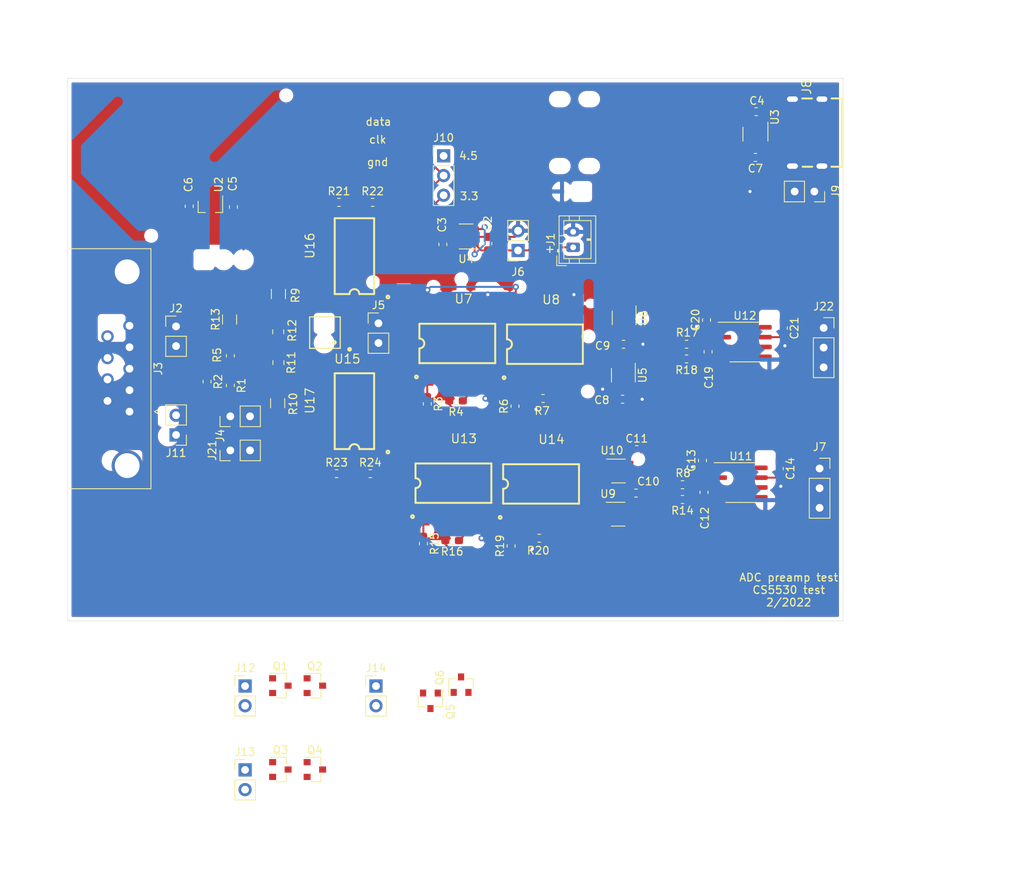
<source format=kicad_pcb>
(kicad_pcb (version 20171130) (host pcbnew "(5.1.5-0)")
  (layers (0 F.Cu signal) (31 B.Cu signal) (34 B.Paste user) (35 F.Paste user) (36 B.SilkS user) (37 F.SilkS user) (38 B.Mask user) (39 F.Mask user) (44 Edge.Cuts user))
  (net 0 "")
  (net 1 GND)
  (net 2 +3V3)
  (net 3 "Net-(C2-Pad1)")
  (net 4 "Net-(C4-Pad1)")
  (net 5 "Net-(C5-Pad2)")
  (net 6 /vref)
  (net 7 /I-)
  (net 8 /I+)
  (net 9 "Net-(U4-Pad4)")
  (net 10 "Net-(J3-Pad7)")
  (net 11 "Net-(J4-Pad1)")
  (net 12 "Net-(J5-Pad2)")
  (net 13 "Net-(J5-Pad1)")
  (net 14 +4V)
  (net 15 VCC)
  (net 16 "Net-(J8-Pad0)")
  (net 17 "Net-(J8-PadA5)")
  (net 18 "Net-(J8-PadB5)")
  (net 19 "Net-(R3-Pad1)")
  (net 20 "Net-(U3-Pad4)")
  (net 21 "Net-(R4-Pad1)")
  (net 22 "Net-(R6-Pad2)")
  (net 23 "Net-(C19-Pad2)")
  (net 24 "Net-(C19-Pad1)")
  (net 25 /Sheet62237673/V-)
  (net 26 /Sheet62237673/V+)
  (net 27 "Net-(J22-Pad2)")
  (net 28 "Net-(J22-Pad1)")
  (net 29 "Net-(U12-Pad8)")
  (net 30 "Net-(C12-Pad2)")
  (net 31 "Net-(C12-Pad1)")
  (net 32 "Net-(J3-Pad0)")
  (net 33 "Net-(J3-Pad9)")
  (net 34 "Net-(J3-Pad8)")
  (net 35 "Net-(J3-Pad6)")
  (net 36 "Net-(J3-Pad3)")
  (net 37 "Net-(J7-Pad2)")
  (net 38 "Net-(J7-Pad1)")
  (net 39 "Net-(J21-Pad1)")
  (net 40 /Sheet624B5D4E/ctrl+)
  (net 41 /Sheet624B5D4E/ctrl-)
  (net 42 /Sheet624B5D4E/in+)
  (net 43 "Net-(R7-Pad2)")
  (net 44 /sheet624D2E57/V-)
  (net 45 /sheet624D2E57/V+)
  (net 46 /sheet624D2E58/ctrl+)
  (net 47 "Net-(R15-Pad1)")
  (net 48 /sheet624D2E58/ctrl-)
  (net 49 "Net-(R16-Pad1)")
  (net 50 "Net-(R19-Pad2)")
  (net 51 "Net-(R20-Pad2)")
  (net 52 /Sheet621A3D16/in+)
  (net 53 /Sheet621A3D16/in-)
  (net 54 /sheet624D2E56/in+)
  (net 55 /sheet624D2E56/in-)
  (net 56 "Net-(U11-Pad8)")
  (net 57 "Net-(R12-Pad1)")
  (net 58 "Net-(R11-Pad1)")
  (net 59 /sheet6256EE2A/out+)
  (net 60 /sheet6256EE2A/out-)
  (net 61 /sheet6256EE2A/ctrl+)
  (net 62 "Net-(R21-Pad1)")
  (net 63 /sheet6256EE2A/ctrl-)
  (net 64 "Net-(R22-Pad1)")
  (net 65 "Net-(R23-Pad2)")
  (net 66 "Net-(R24-Pad2)")
  (net 67 /V-)
  (net 68 /V+)
  (net 69 "Net-(J12-Pad1)")
  (net 70 "Net-(J13-Pad1)")
  (net 71 "Net-(J14-Pad1)")
  (module Package_TO_SOT_SMD:SOT-23 (layer F.Cu) (at 160.75 128.22 90)
    (fp_text reference Q6 (at 0.92 -2.75 90) (layer F.SilkS))
    (fp_text value 2N7002)
    (pad 3 smd rect (at 1 0 90) (size 0.9 0.8) (layers F.Cu F.Paste F.Mask) (net 71 "Net-(J14-Pad1)"))
    (pad 2 smd rect (at -1 0.95 90) (size 0.9 0.8) (layers F.Cu F.Paste F.Mask) (net 1 GND))
    (pad 1 smd rect (at -1 -0.95 90) (size 0.9 0.8) (layers F.Cu F.Paste F.Mask) (net 61 /sheet6256EE2A/ctrl+))
  )
  (module Package_TO_SOT_SMD:SOT-23 (layer F.Cu) (at 156.8 130.3 270)
    (fp_text reference Q5 (at 1.4 -2.6 90) (layer F.SilkS))
    (fp_text value BSS84)
    (pad 3 smd rect (at 1 0 270) (size 0.9 0.8) (layers F.Cu F.Paste F.Mask) (net 71 "Net-(J14-Pad1)"))
    (pad 2 smd rect (at -1 0.95 270) (size 0.9 0.8) (layers F.Cu F.Paste F.Mask) (net 15 VCC))
    (pad 1 smd rect (at -1 -0.95 270) (size 0.9 0.8) (layers F.Cu F.Paste F.Mask) (net 61 /sheet6256EE2A/ctrl+))
  )
  (module Package_TO_SOT_SMD:SOT-23 (layer F.Cu) (at 141.9 139.17)
    (fp_text reference Q4 (at 0 -2.5) (layer F.SilkS))
    (fp_text value 2N7002)
    (pad 3 smd rect (at 1 0) (size 0.9 0.8) (layers F.Cu F.Paste F.Mask) (net 70 "Net-(J13-Pad1)"))
    (pad 2 smd rect (at -1 0.95) (size 0.9 0.8) (layers F.Cu F.Paste F.Mask) (net 1 GND))
    (pad 1 smd rect (at -1 -0.95) (size 0.9 0.8) (layers F.Cu F.Paste F.Mask) (net 46 /sheet624D2E58/ctrl+))
  )
  (module Package_TO_SOT_SMD:SOT-23 (layer F.Cu) (at 137.45 139.17)
    (fp_text reference Q3 (at 0 -2.5) (layer F.SilkS))
    (fp_text value BSS84)
    (pad 3 smd rect (at 1 0) (size 0.9 0.8) (layers F.Cu F.Paste F.Mask) (net 70 "Net-(J13-Pad1)"))
    (pad 2 smd rect (at -1 0.95) (size 0.9 0.8) (layers F.Cu F.Paste F.Mask) (net 15 VCC))
    (pad 1 smd rect (at -1 -0.95) (size 0.9 0.8) (layers F.Cu F.Paste F.Mask) (net 46 /sheet624D2E58/ctrl+))
  )
  (module Package_TO_SOT_SMD:SOT-23 (layer F.Cu) (at 141.9 128.35)
    (fp_text reference Q2 (at 0 -2.5) (layer F.SilkS))
    (fp_text value 2N7002)
    (pad 3 smd rect (at 1 0) (size 0.9 0.8) (layers F.Cu F.Paste F.Mask) (net 69 "Net-(J12-Pad1)"))
    (pad 2 smd rect (at -1 0.95) (size 0.9 0.8) (layers F.Cu F.Paste F.Mask) (net 1 GND))
    (pad 1 smd rect (at -1 -0.95) (size 0.9 0.8) (layers F.Cu F.Paste F.Mask) (net 40 /Sheet624B5D4E/ctrl+))
  )
  (module Package_TO_SOT_SMD:SOT-23 (layer F.Cu) (at 137.45 128.35)
    (fp_text reference Q1 (at 0 -2.5) (layer F.SilkS))
    (fp_text value BSS84)
    (pad 3 smd rect (at 1 0) (size 0.9 0.8) (layers F.Cu F.Paste F.Mask) (net 69 "Net-(J12-Pad1)"))
    (pad 2 smd rect (at -1 0.95) (size 0.9 0.8) (layers F.Cu F.Paste F.Mask) (net 15 VCC))
    (pad 1 smd rect (at -1 -0.95) (size 0.9 0.8) (layers F.Cu F.Paste F.Mask) (net 40 /Sheet624B5D4E/ctrl+))
  )
  (module Connector_PinHeader_2.54mm:PinHeader_1x02_P2.54mm_Vertical (layer F.Cu) (at 149.78 128.4)
    (fp_text reference J14 (at 0 -2.33) (layer F.SilkS))
    (fp_text value Conn_01x02_Male_2.54mm)
    (pad 2 thru_hole oval (at 0 2.54) (size 1.7 1.7) (drill 1) (layers *.Cu *.Mask) (net 63 /sheet6256EE2A/ctrl-))
    (pad 1 thru_hole rect (at 0 0) (size 1.7 1.7) (drill 1) (layers *.Cu *.Mask) (net 71 "Net-(J14-Pad1)"))
  )
  (module Connector_PinHeader_2.54mm:PinHeader_1x02_P2.54mm_Vertical (layer F.Cu) (at 132.9 139.22)
    (fp_text reference J13 (at 0 -2.33) (layer F.SilkS))
    (fp_text value Conn_01x02_Male_2.54mm)
    (pad 2 thru_hole oval (at 0 2.54) (size 1.7 1.7) (drill 1) (layers *.Cu *.Mask) (net 48 /sheet624D2E58/ctrl-))
    (pad 1 thru_hole rect (at 0 0) (size 1.7 1.7) (drill 1) (layers *.Cu *.Mask) (net 70 "Net-(J13-Pad1)"))
  )
  (module Connector_PinHeader_2.54mm:PinHeader_1x02_P2.54mm_Vertical (layer F.Cu) (at 132.9 128.4)
    (fp_text reference J12 (at 0 -2.33) (layer F.SilkS))
    (fp_text value Conn_01x02_Male_2.54mm)
    (pad 2 thru_hole oval (at 0 2.54) (size 1.7 1.7) (drill 1) (layers *.Cu *.Mask) (net 41 /Sheet624B5D4E/ctrl-))
    (pad 1 thru_hole rect (at 0 0) (size 1.7 1.7) (drill 1) (layers *.Cu *.Mask) (net 69 "Net-(J12-Pad1)"))
  )
  (module Connector_PinHeader_2.54mm:PinHeader_1x02_P2.54mm_Vertical (layer F.Cu) (at 124 96 180)
    (fp_text reference J11 (at 0 -2.33) (layer F.SilkS))
    (fp_text value Conn_01x02_Male_2.54mm)
    (pad 2 thru_hole oval (at 0 2.54 180) (size 1.7 1.7) (drill 1) (layers *.Cu *.Mask) (net 68 /V+))
    (pad 1 thru_hole rect (at 0 0 180) (size 1.7 1.7) (drill 1) (layers *.Cu *.Mask) (net 8 /I+))
  )
  (module Connector_PinHeader_2.54mm:PinHeader_1x02_P2.54mm_Vertical (layer F.Cu) (at 124 82)
    (fp_text reference J2 (at 0 -2.33) (layer F.SilkS))
    (fp_text value Conn_01x02_Male_2.54mm)
    (pad 2 thru_hole oval (at 0 2.54) (size 1.7 1.7) (drill 1) (layers *.Cu *.Mask) (net 7 /I-))
    (pad 1 thru_hole rect (at 0 0) (size 1.7 1.7) (drill 1) (layers *.Cu *.Mask) (net 67 /V-))
  )
  (module 0my_footprints:SMD-8_L9.8-W6.4-P2.54-LS10.0-BL (layer F.Cu) (at 147 93 90)
    (fp_text reference U17 (at -0.381 -5.741 90) (layer F.SilkS) (effects (font (size 1.143 1.143) (thickness 0.152)) (justify left)))
    (fp_text value AQW212EHAX hide)
    (pad 1 smd rect (at -3.81 4.35 90) (size 1.6 2.2) (layers F.Cu F.Paste F.Mask) (net 65 "Net-(R23-Pad2)"))
    (pad 2 smd rect (at -1.27 4.35 90) (size 1.6 2.2) (layers F.Cu F.Paste F.Mask) (net 61 /sheet6256EE2A/ctrl+))
    (pad 6 smd rect (at 1.27 -4.35 90) (size 1.6 2.2) (layers F.Cu F.Paste F.Mask) (net 60 /sheet6256EE2A/out-))
    (pad 4 smd rect (at 3.81 4.35 90) (size 1.6 2.2) (layers F.Cu F.Paste F.Mask) (net 63 /sheet6256EE2A/ctrl-))
    (pad 5 smd rect (at 3.81 -4.35 90) (size 1.6 2.2) (layers F.Cu F.Paste F.Mask) (net 1 GND))
    (pad 7 smd rect (at -1.27 -4.35 90) (size 1.6 2.2) (layers F.Cu F.Paste F.Mask) (net 60 /sheet6256EE2A/out-))
    (pad 8 smd rect (at -3.81 -4.35 90) (size 1.6 2.2) (layers F.Cu F.Paste F.Mask) (net 6 /vref))
    (pad 3 smd rect (at 1.27 4.35 90) (size 1.6 2.2) (layers F.Cu F.Paste F.Mask) (net 66 "Net-(R24-Pad2)"))
  )
  (module 0my_footprints:SMD-8_L9.8-W6.4-P2.54-LS10.0-BL (layer F.Cu) (at 147 73 90)
    (fp_text reference U16 (at -0.381 -5.741 90) (layer F.SilkS) (effects (font (size 1.143 1.143) (thickness 0.152)) (justify left)))
    (fp_text value AQW212EHAX hide)
    (pad 1 smd rect (at -3.81 4.35 90) (size 1.6 2.2) (layers F.Cu F.Paste F.Mask) (net 62 "Net-(R21-Pad1)"))
    (pad 2 smd rect (at -1.27 4.35 90) (size 1.6 2.2) (layers F.Cu F.Paste F.Mask) (net 63 /sheet6256EE2A/ctrl-))
    (pad 6 smd rect (at 1.27 -4.35 90) (size 1.6 2.2) (layers F.Cu F.Paste F.Mask) (net 59 /sheet6256EE2A/out+))
    (pad 4 smd rect (at 3.81 4.35 90) (size 1.6 2.2) (layers F.Cu F.Paste F.Mask) (net 61 /sheet6256EE2A/ctrl+))
    (pad 5 smd rect (at 3.81 -4.35 90) (size 1.6 2.2) (layers F.Cu F.Paste F.Mask) (net 1 GND))
    (pad 7 smd rect (at -1.27 -4.35 90) (size 1.6 2.2) (layers F.Cu F.Paste F.Mask) (net 59 /sheet6256EE2A/out+))
    (pad 8 smd rect (at -3.81 -4.35 90) (size 1.6 2.2) (layers F.Cu F.Paste F.Mask) (net 6 /vref))
    (pad 3 smd rect (at 1.27 4.35 90) (size 1.6 2.2) (layers F.Cu F.Paste F.Mask) (net 64 "Net-(R22-Pad1)"))
  )
  (module Resistor_SMD:R_0603_1608Metric_Pad1.05x0.95mm_HandSolder (layer F.Cu) (at 149.05 101)
    (fp_text reference R24 (at 0 -1.43) (layer F.SilkS))
    (fp_text value 200)
    (pad 2 smd roundrect (at 0.875 0) (size 1.05 0.95) (layers F.Cu F.Paste F.Mask) (net 66 "Net-(R24-Pad2)"))
    (pad 1 smd roundrect (at -0.875 0) (size 1.05 0.95) (layers F.Cu F.Paste F.Mask) (net 61 /sheet6256EE2A/ctrl+))
  )
  (module Resistor_SMD:R_0603_1608Metric_Pad1.05x0.95mm_HandSolder (layer F.Cu) (at 144.7 101)
    (fp_text reference R23 (at 0 -1.43) (layer F.SilkS))
    (fp_text value 200)
    (pad 2 smd roundrect (at 0.875 0) (size 1.05 0.95) (layers F.Cu F.Paste F.Mask) (net 65 "Net-(R23-Pad2)"))
    (pad 1 smd roundrect (at -0.875 0) (size 1.05 0.95) (layers F.Cu F.Paste F.Mask) (net 63 /sheet6256EE2A/ctrl-))
  )
  (module Resistor_SMD:R_0603_1608Metric_Pad1.05x0.95mm_HandSolder (layer F.Cu) (at 149.35 66)
    (fp_text reference R22 (at 0 -1.43) (layer F.SilkS))
    (fp_text value 200)
    (pad 2 smd roundrect (at 0.875 0) (size 1.05 0.95) (layers F.Cu F.Paste F.Mask) (net 63 /sheet6256EE2A/ctrl-))
    (pad 1 smd roundrect (at -0.875 0) (size 1.05 0.95) (layers F.Cu F.Paste F.Mask) (net 64 "Net-(R22-Pad1)"))
  )
  (module Resistor_SMD:R_0603_1608Metric_Pad1.05x0.95mm_HandSolder (layer F.Cu) (at 145 66)
    (fp_text reference R21 (at 0 -1.43) (layer F.SilkS))
    (fp_text value 200)
    (pad 2 smd roundrect (at 0.875 0) (size 1.05 0.95) (layers F.Cu F.Paste F.Mask) (net 61 /sheet6256EE2A/ctrl+))
    (pad 1 smd roundrect (at -0.875 0) (size 1.05 0.95) (layers F.Cu F.Paste F.Mask) (net 62 "Net-(R21-Pad1)"))
  )
  (module 0my_footprints:SOP-4_L4.4-W4.0-P2.54-LS7.0-BL (layer F.Cu) (at 143.2 82.8 90)
    (fp_text reference U15 (at -3.4 1.1 180) (layer F.SilkS) (effects (font (size 1.143 1.143) (thickness 0.152)) (justify left)))
    (fp_text value KAQY212S hide)
    (pad 3 smd rect (at 1.27 -3.25 90) (size 0.8 1.3) (layers F.Cu F.Paste F.Mask) (net 57 "Net-(R12-Pad1)"))
    (pad 4 smd rect (at -1.27 -3.25 90) (size 0.8 1.3) (layers F.Cu F.Paste F.Mask) (net 58 "Net-(R11-Pad1)"))
    (pad 2 smd rect (at 1.27 3.25 90) (size 0.8 1.3) (layers F.Cu F.Paste F.Mask) (net 13 "Net-(J5-Pad1)"))
    (pad 1 smd rect (at -1.27 3.25 90) (size 0.8 1.3) (layers F.Cu F.Paste F.Mask) (net 12 "Net-(J5-Pad2)"))
  )
  (module 0my_footprints:SMD-8_L9.8-W6.4-P2.54-LS10.0-BL (layer F.Cu) (at 171 102.325)
    (fp_text reference U14 (at -0.381 -5.741) (layer F.SilkS) (effects (font (size 1.143 1.143) (thickness 0.152)) (justify left)))
    (fp_text value AQW212EHAX hide)
    (pad 1 smd rect (at -3.81 4.35) (size 1.6 2.2) (layers F.Cu F.Paste F.Mask) (net 50 "Net-(R19-Pad2)"))
    (pad 2 smd rect (at -1.27 4.35) (size 1.6 2.2) (layers F.Cu F.Paste F.Mask) (net 46 /sheet624D2E58/ctrl+))
    (pad 6 smd rect (at 1.27 -4.35) (size 1.6 2.2) (layers F.Cu F.Paste F.Mask) (net 55 /sheet624D2E56/in-))
    (pad 4 smd rect (at 3.81 4.35) (size 1.6 2.2) (layers F.Cu F.Paste F.Mask) (net 48 /sheet624D2E58/ctrl-))
    (pad 5 smd rect (at 3.81 -4.35) (size 1.6 2.2) (layers F.Cu F.Paste F.Mask) (net 67 /V-))
    (pad 7 smd rect (at -1.27 -4.35) (size 1.6 2.2) (layers F.Cu F.Paste F.Mask) (net 55 /sheet624D2E56/in-))
    (pad 8 smd rect (at -3.81 -4.35) (size 1.6 2.2) (layers F.Cu F.Paste F.Mask) (net 68 /V+))
    (pad 3 smd rect (at 1.27 4.35) (size 1.6 2.2) (layers F.Cu F.Paste F.Mask) (net 51 "Net-(R20-Pad2)"))
  )
  (module 0my_footprints:SMD-8_L9.8-W6.4-P2.54-LS10.0-BL (layer F.Cu) (at 159.7 102.225)
    (fp_text reference U13 (at -0.381 -5.741) (layer F.SilkS) (effects (font (size 1.143 1.143) (thickness 0.152)) (justify left)))
    (fp_text value AQW212EHAX hide)
    (pad 1 smd rect (at -3.81 4.35) (size 1.6 2.2) (layers F.Cu F.Paste F.Mask) (net 47 "Net-(R15-Pad1)"))
    (pad 2 smd rect (at -1.27 4.35) (size 1.6 2.2) (layers F.Cu F.Paste F.Mask) (net 48 /sheet624D2E58/ctrl-))
    (pad 6 smd rect (at 1.27 -4.35) (size 1.6 2.2) (layers F.Cu F.Paste F.Mask) (net 54 /sheet624D2E56/in+))
    (pad 4 smd rect (at 3.81 4.35) (size 1.6 2.2) (layers F.Cu F.Paste F.Mask) (net 46 /sheet624D2E58/ctrl+))
    (pad 5 smd rect (at 3.81 -4.35) (size 1.6 2.2) (layers F.Cu F.Paste F.Mask) (net 67 /V-))
    (pad 7 smd rect (at -1.27 -4.35) (size 1.6 2.2) (layers F.Cu F.Paste F.Mask) (net 54 /sheet624D2E56/in+))
    (pad 8 smd rect (at -3.81 -4.35) (size 1.6 2.2) (layers F.Cu F.Paste F.Mask) (net 68 /V+))
    (pad 3 smd rect (at 1.27 4.35) (size 1.6 2.2) (layers F.Cu F.Paste F.Mask) (net 49 "Net-(R16-Pad1)"))
  )
  (module 0my_footprints:SMD-8_L9.8-W6.4-P2.54-LS10.0-BL (layer F.Cu) (at 171.5 84.3)
    (fp_text reference U8 (at -0.381 -5.741) (layer F.SilkS) (effects (font (size 1.143 1.143) (thickness 0.152)) (justify left)))
    (fp_text value AQW212EHAX hide)
    (pad 1 smd rect (at -3.81 4.35) (size 1.6 2.2) (layers F.Cu F.Paste F.Mask) (net 22 "Net-(R6-Pad2)"))
    (pad 2 smd rect (at -1.27 4.35) (size 1.6 2.2) (layers F.Cu F.Paste F.Mask) (net 40 /Sheet624B5D4E/ctrl+))
    (pad 6 smd rect (at 1.27 -4.35) (size 1.6 2.2) (layers F.Cu F.Paste F.Mask) (net 53 /Sheet621A3D16/in-))
    (pad 4 smd rect (at 3.81 4.35) (size 1.6 2.2) (layers F.Cu F.Paste F.Mask) (net 41 /Sheet624B5D4E/ctrl-))
    (pad 5 smd rect (at 3.81 -4.35) (size 1.6 2.2) (layers F.Cu F.Paste F.Mask) (net 8 /I+))
    (pad 7 smd rect (at -1.27 -4.35) (size 1.6 2.2) (layers F.Cu F.Paste F.Mask) (net 53 /Sheet621A3D16/in-))
    (pad 8 smd rect (at -3.81 -4.35) (size 1.6 2.2) (layers F.Cu F.Paste F.Mask) (net 42 /Sheet624B5D4E/in+))
    (pad 3 smd rect (at 1.27 4.35) (size 1.6 2.2) (layers F.Cu F.Paste F.Mask) (net 43 "Net-(R7-Pad2)"))
  )
  (module 0my_footprints:SMD-8_L9.8-W6.4-P2.54-LS10.0-BL (layer F.Cu) (at 160.2 84.2)
    (fp_text reference U7 (at -0.381 -5.741) (layer F.SilkS) (effects (font (size 1.143 1.143) (thickness 0.152)) (justify left)))
    (fp_text value AQW212EHAX hide)
    (pad 1 smd rect (at -3.81 4.35) (size 1.6 2.2) (layers F.Cu F.Paste F.Mask) (net 19 "Net-(R3-Pad1)"))
    (pad 2 smd rect (at -1.27 4.35) (size 1.6 2.2) (layers F.Cu F.Paste F.Mask) (net 41 /Sheet624B5D4E/ctrl-))
    (pad 6 smd rect (at 1.27 -4.35) (size 1.6 2.2) (layers F.Cu F.Paste F.Mask) (net 52 /Sheet621A3D16/in+))
    (pad 4 smd rect (at 3.81 4.35) (size 1.6 2.2) (layers F.Cu F.Paste F.Mask) (net 40 /Sheet624B5D4E/ctrl+))
    (pad 5 smd rect (at 3.81 -4.35) (size 1.6 2.2) (layers F.Cu F.Paste F.Mask) (net 8 /I+))
    (pad 7 smd rect (at -1.27 -4.35) (size 1.6 2.2) (layers F.Cu F.Paste F.Mask) (net 52 /Sheet621A3D16/in+))
    (pad 8 smd rect (at -3.81 -4.35) (size 1.6 2.2) (layers F.Cu F.Paste F.Mask) (net 42 /Sheet624B5D4E/in+))
    (pad 3 smd rect (at 1.27 4.35) (size 1.6 2.2) (layers F.Cu F.Paste F.Mask) (net 21 "Net-(R4-Pad1)"))
  )
  (module Package_SO:SOP-8_3.9x4.9mm_P1.27mm (layer F.Cu) (at 196.825 102.15)
    (fp_text reference U11 (at 0 -3.4 180) (layer F.SilkS))
    (fp_text value HX710C)
    (pad 8 smd roundrect (at 2.625 -1.905) (size 1.65 0.6) (layers F.Cu F.Paste F.Mask) (net 56 "Net-(U11-Pad8)"))
    (pad 7 smd roundrect (at 2.625 -0.635) (size 1.65 0.6) (layers F.Cu F.Paste F.Mask) (net 15 VCC))
    (pad 6 smd roundrect (at 2.625 0.635) (size 1.65 0.6) (layers F.Cu F.Paste F.Mask) (net 38 "Net-(J7-Pad1)"))
    (pad 5 smd roundrect (at 2.625 1.905) (size 1.65 0.6) (layers F.Cu F.Paste F.Mask) (net 37 "Net-(J7-Pad2)"))
    (pad 4 smd roundrect (at -2.625 1.905) (size 1.65 0.6) (layers F.Cu F.Paste F.Mask) (net 31 "Net-(C12-Pad1)"))
    (pad 3 smd roundrect (at -2.625 0.635) (size 1.65 0.6) (layers F.Cu F.Paste F.Mask) (net 30 "Net-(C12-Pad2)"))
    (pad 2 smd roundrect (at -2.625 -0.635) (size 1.65 0.6) (layers F.Cu F.Paste F.Mask) (net 1 GND))
    (pad 1 smd roundrect (at -2.625 -1.905) (size 1.65 0.6) (layers F.Cu F.Paste F.Mask) (net 6 /vref))
  )
  (module Package_TO_SOT_SMD:TSOT-23-5 (layer F.Cu) (at 181.05 100.63)
    (fp_text reference U10 (at -0.85 -2.63) (layer F.SilkS))
    (fp_text value LMP7715)
    (pad 5 smd rect (at 1.31 -0.95) (size 1.22 0.65) (layers F.Cu F.Paste F.Mask) (net 15 VCC))
    (pad 4 smd rect (at 1.31 0.95) (size 1.22 0.65) (layers F.Cu F.Paste F.Mask) (net 44 /sheet624D2E57/V-))
    (pad 3 smd rect (at -1.31 0.95) (size 1.22 0.65) (layers F.Cu F.Paste F.Mask) (net 55 /sheet624D2E56/in-))
    (pad 2 smd rect (at -1.31 0) (size 1.22 0.65) (layers F.Cu F.Paste F.Mask) (net 1 GND))
    (pad 1 smd rect (at -1.31 -0.95) (size 1.22 0.65) (layers F.Cu F.Paste F.Mask) (net 44 /sheet624D2E57/V-))
  )
  (module Package_TO_SOT_SMD:TSOT-23-5 (layer F.Cu) (at 181 106.2)
    (fp_text reference U9 (at -1.3 -2.6) (layer F.SilkS))
    (fp_text value LMP7715)
    (pad 5 smd rect (at 1.31 -0.95) (size 1.22 0.65) (layers F.Cu F.Paste F.Mask) (net 15 VCC))
    (pad 4 smd rect (at 1.31 0.95) (size 1.22 0.65) (layers F.Cu F.Paste F.Mask) (net 45 /sheet624D2E57/V+))
    (pad 3 smd rect (at -1.31 0.95) (size 1.22 0.65) (layers F.Cu F.Paste F.Mask) (net 54 /sheet624D2E56/in+))
    (pad 2 smd rect (at -1.31 0) (size 1.22 0.65) (layers F.Cu F.Paste F.Mask) (net 1 GND))
    (pad 1 smd rect (at -1.31 -0.95) (size 1.22 0.65) (layers F.Cu F.Paste F.Mask) (net 45 /sheet624D2E57/V+))
  )
  (module Package_TO_SOT_SMD:SOT-23 (layer F.Cu) (at 128.43 66.55 270)
    (fp_text reference U2 (at -2.85 -1.07 90) (layer F.SilkS))
    (fp_text value REF3320)
    (pad 3 smd rect (at 1 0 270) (size 0.9 0.8) (layers F.Cu F.Paste F.Mask) (net 5 "Net-(C5-Pad2)"))
    (pad 2 smd rect (at -1 0.95 270) (size 0.9 0.8) (layers F.Cu F.Paste F.Mask) (net 6 /vref))
    (pad 1 smd rect (at -1 -0.95 270) (size 0.9 0.8) (layers F.Cu F.Paste F.Mask) (net 15 VCC))
  )
  (module Resistor_SMD:R_0603_1608Metric_Pad1.05x0.95mm_HandSolder (layer F.Cu) (at 170.825 109.325)
    (fp_text reference R20 (at -0.125 1.6) (layer F.SilkS))
    (fp_text value 200)
    (pad 2 smd roundrect (at 0.875 0) (size 1.05 0.95) (layers F.Cu F.Paste F.Mask) (net 51 "Net-(R20-Pad2)"))
    (pad 1 smd roundrect (at -0.875 0) (size 1.05 0.95) (layers F.Cu F.Paste F.Mask) (net 46 /sheet624D2E58/ctrl+))
  )
  (module Resistor_SMD:R_0603_1608Metric_Pad1.05x0.95mm_HandSolder (layer F.Cu) (at 167.2 110.325 90)
    (fp_text reference R19 (at 0 -1.43 90) (layer F.SilkS))
    (fp_text value 200)
    (pad 2 smd roundrect (at 0.875 0 90) (size 1.05 0.95) (layers F.Cu F.Paste F.Mask) (net 50 "Net-(R19-Pad2)"))
    (pad 1 smd roundrect (at -0.875 0 90) (size 1.05 0.95) (layers F.Cu F.Paste F.Mask) (net 48 /sheet624D2E58/ctrl-))
  )
  (module Resistor_SMD:R_0603_1608Metric_Pad1.05x0.95mm_HandSolder (layer F.Cu) (at 159.6 109.625 180)
    (fp_text reference R16 (at 0 -1.43) (layer F.SilkS))
    (fp_text value 200)
    (pad 2 smd roundrect (at 0.875 0 180) (size 1.05 0.95) (layers F.Cu F.Paste F.Mask) (net 48 /sheet624D2E58/ctrl-))
    (pad 1 smd roundrect (at -0.875 0 180) (size 1.05 0.95) (layers F.Cu F.Paste F.Mask) (net 49 "Net-(R16-Pad1)"))
  )
  (module Resistor_SMD:R_0603_1608Metric_Pad1.05x0.95mm_HandSolder (layer F.Cu) (at 155.9 110.025 270)
    (fp_text reference R15 (at 0 -1.43 90) (layer F.SilkS))
    (fp_text value 200)
    (pad 2 smd roundrect (at 0.875 0 270) (size 1.05 0.95) (layers F.Cu F.Paste F.Mask) (net 46 /sheet624D2E58/ctrl+))
    (pad 1 smd roundrect (at -0.875 0 270) (size 1.05 0.95) (layers F.Cu F.Paste F.Mask) (net 47 "Net-(R15-Pad1)"))
  )
  (module Resistor_SMD:R_0603_1608Metric_Pad1.05x0.95mm_HandSolder (layer F.Cu) (at 189.3 104.33 180)
    (fp_text reference R14 (at 0 -1.43 180) (layer F.SilkS))
    (fp_text value 100)
    (pad 2 smd roundrect (at 0.875 0 180) (size 1.05 0.95) (layers F.Cu F.Paste F.Mask) (net 45 /sheet624D2E57/V+))
    (pad 1 smd roundrect (at -0.875 0 180) (size 1.05 0.95) (layers F.Cu F.Paste F.Mask) (net 31 "Net-(C12-Pad1)"))
  )
  (module Resistor_SMD:R_0603_1608Metric_Pad1.05x0.95mm_HandSolder (layer F.Cu) (at 189.3 102.43 180)
    (fp_text reference R8 (at -0.075 1.5 180) (layer F.SilkS))
    (fp_text value 100)
    (pad 2 smd roundrect (at 0.875 0 180) (size 1.05 0.95) (layers F.Cu F.Paste F.Mask) (net 44 /sheet624D2E57/V-))
    (pad 1 smd roundrect (at -0.875 0 180) (size 1.05 0.95) (layers F.Cu F.Paste F.Mask) (net 30 "Net-(C12-Pad2)"))
  )
  (module Resistor_SMD:R_0603_1608Metric_Pad1.05x0.95mm_HandSolder (layer F.Cu) (at 171.325 91.3)
    (fp_text reference R7 (at -0.125 1.6) (layer F.SilkS))
    (fp_text value 200)
    (pad 2 smd roundrect (at 0.875 0) (size 1.05 0.95) (layers F.Cu F.Paste F.Mask) (net 43 "Net-(R7-Pad2)"))
    (pad 1 smd roundrect (at -0.875 0) (size 1.05 0.95) (layers F.Cu F.Paste F.Mask) (net 40 /Sheet624B5D4E/ctrl+))
  )
  (module Resistor_SMD:R_0603_1608Metric_Pad1.05x0.95mm_HandSolder (layer F.Cu) (at 167.7 92.3 90)
    (fp_text reference R6 (at 0 -1.43 90) (layer F.SilkS))
    (fp_text value 200)
    (pad 2 smd roundrect (at 0.875 0 90) (size 1.05 0.95) (layers F.Cu F.Paste F.Mask) (net 22 "Net-(R6-Pad2)"))
    (pad 1 smd roundrect (at -0.875 0 90) (size 1.05 0.95) (layers F.Cu F.Paste F.Mask) (net 41 /Sheet624B5D4E/ctrl-))
  )
  (module Resistor_SMD:R_0603_1608Metric_Pad1.05x0.95mm_HandSolder (layer F.Cu) (at 160.1 91.6 180)
    (fp_text reference R4 (at 0 -1.43) (layer F.SilkS))
    (fp_text value 200)
    (pad 2 smd roundrect (at 0.875 0 180) (size 1.05 0.95) (layers F.Cu F.Paste F.Mask) (net 41 /Sheet624B5D4E/ctrl-))
    (pad 1 smd roundrect (at -0.875 0 180) (size 1.05 0.95) (layers F.Cu F.Paste F.Mask) (net 21 "Net-(R4-Pad1)"))
  )
  (module Resistor_SMD:R_0603_1608Metric_Pad1.05x0.95mm_HandSolder (layer F.Cu) (at 156.4 92 270)
    (fp_text reference R3 (at 0 -1.43 90) (layer F.SilkS))
    (fp_text value 200)
    (pad 2 smd roundrect (at 0.875 0 270) (size 1.05 0.95) (layers F.Cu F.Paste F.Mask) (net 40 /Sheet624B5D4E/ctrl+))
    (pad 1 smd roundrect (at -0.875 0 270) (size 1.05 0.95) (layers F.Cu F.Paste F.Mask) (net 19 "Net-(R3-Pad1)"))
  )
  (module Resistor_SMD:R_0603_1608Metric_Pad1.05x0.95mm_HandSolder (layer F.Cu) (at 128 89.125 270)
    (fp_text reference R2 (at 0 -1.43 90) (layer F.SilkS))
    (fp_text value "1K 0.1%")
    (pad 2 smd roundrect (at 0.875 0 270) (size 1.05 0.95) (layers F.Cu F.Paste F.Mask) (net 39 "Net-(J21-Pad1)"))
    (pad 1 smd roundrect (at -0.875 0 270) (size 1.05 0.95) (layers F.Cu F.Paste F.Mask) (net 8 /I+))
  )
  (module Connector_PinSocket_2.54mm:PinSocket_1x03_P2.54mm_Vertical (layer F.Cu) (at 206.975 100.33)
    (fp_text reference J7 (at 0 -2.77 180) (layer F.SilkS))
    (fp_text value Conn_01x03_Female)
    (pad 3 thru_hole oval (at 0 5.08) (size 1.7 1.7) (drill 1) (layers *.Cu *.Mask) (net 1 GND))
    (pad 2 thru_hole oval (at 0 2.54) (size 1.7 1.7) (drill 1) (layers *.Cu *.Mask) (net 37 "Net-(J7-Pad2)"))
    (pad 1 thru_hole rect (at 0 0) (size 1.7 1.7) (drill 1) (layers *.Cu *.Mask) (net 38 "Net-(J7-Pad1)"))
  )
  (module Connector_Dsub:DSUB-9_Female_Horizontal_P2.77x2.84mm_EdgePinOffset4.94mm_Housed_MountingHolesOffset7.48mm (layer F.Cu) (at 118 93 270)
    (fp_text reference J3 (at -5.54 -3.7 90) (layer F.SilkS))
    (fp_text value DB9_Female_MountingHoles)
    (pad 0 thru_hole circle (at 6.96 0.3 270) (size 4 4) (drill 3.2) (layers *.Cu *.Mask) (net 32 "Net-(J3-Pad0)"))
    (pad 0 thru_hole circle (at -18.04 0.3 270) (size 4 4) (drill 3.2) (layers *.Cu *.Mask) (net 32 "Net-(J3-Pad0)"))
    (pad 9 thru_hole circle (at -9.695 2.84 270) (size 1.6 1.6) (drill 1) (layers *.Cu *.Mask) (net 33 "Net-(J3-Pad9)"))
    (pad 8 thru_hole circle (at -6.925 2.84 270) (size 1.6 1.6) (drill 1) (layers *.Cu *.Mask) (net 34 "Net-(J3-Pad8)"))
    (pad 7 thru_hole circle (at -4.155 2.84 270) (size 1.6 1.6) (drill 1) (layers *.Cu *.Mask) (net 10 "Net-(J3-Pad7)"))
    (pad 6 thru_hole circle (at -1.385 2.84 270) (size 1.6 1.6) (drill 1) (layers *.Cu *.Mask) (net 35 "Net-(J3-Pad6)"))
    (pad 5 thru_hole circle (at -11.08 0 270) (size 1.6 1.6) (drill 1) (layers *.Cu *.Mask) (net 67 /V-))
    (pad 4 thru_hole circle (at -8.31 0 270) (size 1.6 1.6) (drill 1) (layers *.Cu *.Mask) (net 68 /V+))
    (pad 3 thru_hole circle (at -5.54 0 270) (size 1.6 1.6) (drill 1) (layers *.Cu *.Mask) (net 36 "Net-(J3-Pad3)"))
    (pad 2 thru_hole circle (at -2.77 0 270) (size 1.6 1.6) (drill 1) (layers *.Cu *.Mask) (net 7 /I-))
    (pad 1 thru_hole rect (at 0 0 270) (size 1.6 1.6) (drill 1) (layers *.Cu *.Mask) (net 8 /I+))
  )
  (module Capacitor_SMD:C_0603_1608Metric_Pad1.05x0.95mm_HandSolder (layer F.Cu) (at 201.775 100.355 270)
    (fp_text reference C14 (at 0 -1.43 270) (layer F.SilkS))
    (fp_text value 100nF)
    (pad 2 smd roundrect (at 0.875 0 270) (size 1.05 0.95) (layers F.Cu F.Paste F.Mask) (net 15 VCC))
    (pad 1 smd roundrect (at -0.875 0 270) (size 1.05 0.95) (layers F.Cu F.Paste F.Mask) (net 1 GND))
  )
  (module Capacitor_SMD:C_0603_1608Metric_Pad1.05x0.95mm_HandSolder (layer F.Cu) (at 191.875 99.305 90)
    (fp_text reference C13 (at 0 -1.43 270) (layer F.SilkS))
    (fp_text value 100nF)
    (pad 2 smd roundrect (at 0.875 0 90) (size 1.05 0.95) (layers F.Cu F.Paste F.Mask) (net 1 GND))
    (pad 1 smd roundrect (at -0.875 0 90) (size 1.05 0.95) (layers F.Cu F.Paste F.Mask) (net 6 /vref))
  )
  (module Capacitor_SMD:C_0603_1608Metric_Pad1.05x0.95mm_HandSolder (layer F.Cu) (at 192.075 103.405 90)
    (fp_text reference C12 (at -3.325 0.1 270) (layer F.SilkS))
    (fp_text value 100nF)
    (pad 2 smd roundrect (at 0.875 0 90) (size 1.05 0.95) (layers F.Cu F.Paste F.Mask) (net 30 "Net-(C12-Pad2)"))
    (pad 1 smd roundrect (at -0.875 0 90) (size 1.05 0.95) (layers F.Cu F.Paste F.Mask) (net 31 "Net-(C12-Pad1)"))
  )
  (module Capacitor_SMD:C_0603_1608Metric_Pad1.05x0.95mm_HandSolder (layer F.Cu) (at 183.4 97.9)
    (fp_text reference C11 (at 0 -1.43) (layer F.SilkS))
    (fp_text value 100nF)
    (pad 2 smd roundrect (at 0.875 0) (size 1.05 0.95) (layers F.Cu F.Paste F.Mask) (net 1 GND))
    (pad 1 smd roundrect (at -0.875 0) (size 1.05 0.95) (layers F.Cu F.Paste F.Mask) (net 15 VCC))
  )
  (module Capacitor_SMD:C_0603_1608Metric_Pad1.05x0.95mm_HandSolder (layer F.Cu) (at 183.3 103.5)
    (fp_text reference C10 (at 1.6 -1.5) (layer F.SilkS))
    (fp_text value 100nF)
    (pad 2 smd roundrect (at 0.875 0) (size 1.05 0.95) (layers F.Cu F.Paste F.Mask) (net 1 GND))
    (pad 1 smd roundrect (at -0.875 0) (size 1.05 0.95) (layers F.Cu F.Paste F.Mask) (net 15 VCC))
  )
  (module Capacitor_SMD:C_0603_1608Metric_Pad1.05x0.95mm_HandSolder (layer F.Cu) (at 125.7 66.5 270)
    (fp_text reference C6 (at -2.8 0.1 90) (layer F.SilkS))
    (fp_text value 1uF)
    (pad 2 smd roundrect (at 0.875 0 270) (size 1.05 0.95) (layers F.Cu F.Paste F.Mask) (net 5 "Net-(C5-Pad2)"))
    (pad 1 smd roundrect (at -0.875 0 270) (size 1.05 0.95) (layers F.Cu F.Paste F.Mask) (net 6 /vref))
  )
  (module Capacitor_SMD:C_0603_1608Metric_Pad1.05x0.95mm_HandSolder (layer F.Cu) (at 131.4 66.6 270)
    (fp_text reference C5 (at -3 0.1 90) (layer F.SilkS))
    (fp_text value 1uF)
    (pad 2 smd roundrect (at 0.875 0 270) (size 1.05 0.95) (layers F.Cu F.Paste F.Mask) (net 5 "Net-(C5-Pad2)"))
    (pad 1 smd roundrect (at -0.875 0 270) (size 1.05 0.95) (layers F.Cu F.Paste F.Mask) (net 15 VCC))
  )
  (module Package_SO:SOP-8_3.9x4.9mm_P1.27mm (layer F.Cu) (at 197.35 84.02)
    (fp_text reference U12 (at 0 -3.4) (layer F.SilkS))
    (fp_text value HX710C)
    (pad 8 smd roundrect (at 2.625 -1.905) (size 1.65 0.6) (layers F.Cu F.Paste F.Mask) (net 29 "Net-(U12-Pad8)"))
    (pad 7 smd roundrect (at 2.625 -0.635) (size 1.65 0.6) (layers F.Cu F.Paste F.Mask) (net 15 VCC))
    (pad 6 smd roundrect (at 2.625 0.635) (size 1.65 0.6) (layers F.Cu F.Paste F.Mask) (net 28 "Net-(J22-Pad1)"))
    (pad 5 smd roundrect (at 2.625 1.905) (size 1.65 0.6) (layers F.Cu F.Paste F.Mask) (net 27 "Net-(J22-Pad2)"))
    (pad 4 smd roundrect (at -2.625 1.905) (size 1.65 0.6) (layers F.Cu F.Paste F.Mask) (net 24 "Net-(C19-Pad1)"))
    (pad 3 smd roundrect (at -2.625 0.635) (size 1.65 0.6) (layers F.Cu F.Paste F.Mask) (net 23 "Net-(C19-Pad2)"))
    (pad 2 smd roundrect (at -2.625 -0.635) (size 1.65 0.6) (layers F.Cu F.Paste F.Mask) (net 1 GND))
    (pad 1 smd roundrect (at -2.625 -1.905) (size 1.65 0.6) (layers F.Cu F.Paste F.Mask) (net 6 /vref))
  )
  (module Resistor_SMD:R_0603_1608Metric_Pad1.05x0.95mm_HandSolder (layer F.Cu) (at 189.825 86.2 180)
    (fp_text reference R18 (at 0 -1.43) (layer F.SilkS))
    (fp_text value 100)
    (pad 2 smd roundrect (at 0.875 0 180) (size 1.05 0.95) (layers F.Cu F.Paste F.Mask) (net 26 /Sheet62237673/V+))
    (pad 1 smd roundrect (at -0.875 0 180) (size 1.05 0.95) (layers F.Cu F.Paste F.Mask) (net 24 "Net-(C19-Pad1)"))
  )
  (module Resistor_SMD:R_0603_1608Metric_Pad1.05x0.95mm_HandSolder (layer F.Cu) (at 189.825 84.3 180)
    (fp_text reference R17 (at -0.075 1.5) (layer F.SilkS))
    (fp_text value 100)
    (pad 2 smd roundrect (at 0.875 0 180) (size 1.05 0.95) (layers F.Cu F.Paste F.Mask) (net 25 /Sheet62237673/V-))
    (pad 1 smd roundrect (at -0.875 0 180) (size 1.05 0.95) (layers F.Cu F.Paste F.Mask) (net 23 "Net-(C19-Pad2)"))
  )
  (module Connector_PinSocket_2.54mm:PinSocket_1x03_P2.54mm_Vertical (layer F.Cu) (at 207.5 82.2)
    (fp_text reference J22 (at 0 -2.77) (layer F.SilkS))
    (fp_text value Conn_01x03_Female)
    (pad 3 thru_hole oval (at 0 5.08) (size 1.7 1.7) (drill 1) (layers *.Cu *.Mask) (net 1 GND))
    (pad 2 thru_hole oval (at 0 2.54) (size 1.7 1.7) (drill 1) (layers *.Cu *.Mask) (net 27 "Net-(J22-Pad2)"))
    (pad 1 thru_hole rect (at 0 0) (size 1.7 1.7) (drill 1) (layers *.Cu *.Mask) (net 28 "Net-(J22-Pad1)"))
  )
  (module Connector_PinHeader_2.54mm:PinHeader_1x02_P2.54mm_Vertical (layer F.Cu) (at 131 98 90)
    (fp_text reference J21 (at 0 -2.33 90) (layer F.SilkS))
    (fp_text value Conn_01x02_Male_2.54mm)
    (pad 2 thru_hole oval (at 0 2.54 90) (size 1.7 1.7) (drill 1) (layers *.Cu *.Mask) (net 7 /I-))
    (pad 1 thru_hole rect (at 0 0 90) (size 1.7 1.7) (drill 1) (layers *.Cu *.Mask) (net 39 "Net-(J21-Pad1)"))
  )
  (module Capacitor_SMD:C_0603_1608Metric_Pad1.05x0.95mm_HandSolder (layer F.Cu) (at 202.3 82.225 270)
    (fp_text reference C21 (at 0 -1.43 90) (layer F.SilkS))
    (fp_text value 100nF)
    (pad 2 smd roundrect (at 0.875 0 270) (size 1.05 0.95) (layers F.Cu F.Paste F.Mask) (net 15 VCC))
    (pad 1 smd roundrect (at -0.875 0 270) (size 1.05 0.95) (layers F.Cu F.Paste F.Mask) (net 1 GND))
  )
  (module Capacitor_SMD:C_0603_1608Metric_Pad1.05x0.95mm_HandSolder (layer F.Cu) (at 192.4 81.175 90)
    (fp_text reference C20 (at 0 -1.43 90) (layer F.SilkS))
    (fp_text value 100nF)
    (pad 2 smd roundrect (at 0.875 0 90) (size 1.05 0.95) (layers F.Cu F.Paste F.Mask) (net 1 GND))
    (pad 1 smd roundrect (at -0.875 0 90) (size 1.05 0.95) (layers F.Cu F.Paste F.Mask) (net 6 /vref))
  )
  (module Capacitor_SMD:C_0603_1608Metric_Pad1.05x0.95mm_HandSolder (layer F.Cu) (at 192.6 85.275 90)
    (fp_text reference C19 (at -3.325 0.1 90) (layer F.SilkS))
    (fp_text value 100nF)
    (pad 2 smd roundrect (at 0.875 0 90) (size 1.05 0.95) (layers F.Cu F.Paste F.Mask) (net 23 "Net-(C19-Pad2)"))
    (pad 1 smd roundrect (at -0.875 0 90) (size 1.05 0.95) (layers F.Cu F.Paste F.Mask) (net 24 "Net-(C19-Pad1)"))
  )
  (module Package_TO_SOT_SMD:TSOT-23-5 (layer F.Cu) (at 181.8 80.9 270)
    (fp_text reference U6 (at 0 -2.45 90) (layer F.SilkS))
    (fp_text value LMP7715)
    (pad 5 smd rect (at 1.31 -0.95 270) (size 1.22 0.65) (layers F.Cu F.Paste F.Mask) (net 15 VCC))
    (pad 4 smd rect (at 1.31 0.95 270) (size 1.22 0.65) (layers F.Cu F.Paste F.Mask) (net 25 /Sheet62237673/V-))
    (pad 3 smd rect (at -1.31 0.95 270) (size 1.22 0.65) (layers F.Cu F.Paste F.Mask) (net 53 /Sheet621A3D16/in-))
    (pad 2 smd rect (at -1.31 0 270) (size 1.22 0.65) (layers F.Cu F.Paste F.Mask) (net 1 GND))
    (pad 1 smd rect (at -1.31 -0.95 270) (size 1.22 0.65) (layers F.Cu F.Paste F.Mask) (net 25 /Sheet62237673/V-))
  )
  (module Package_TO_SOT_SMD:TSOT-23-5 (layer F.Cu) (at 181.7 88.3 270)
    (fp_text reference U5 (at 0 -2.45 90) (layer F.SilkS))
    (fp_text value LMP7715)
    (pad 5 smd rect (at 1.31 -0.95 270) (size 1.22 0.65) (layers F.Cu F.Paste F.Mask) (net 15 VCC))
    (pad 4 smd rect (at 1.31 0.95 270) (size 1.22 0.65) (layers F.Cu F.Paste F.Mask) (net 26 /Sheet62237673/V+))
    (pad 3 smd rect (at -1.31 0.95 270) (size 1.22 0.65) (layers F.Cu F.Paste F.Mask) (net 52 /Sheet621A3D16/in+))
    (pad 2 smd rect (at -1.31 0 270) (size 1.22 0.65) (layers F.Cu F.Paste F.Mask) (net 1 GND))
    (pad 1 smd rect (at -1.31 -0.95 270) (size 1.22 0.65) (layers F.Cu F.Paste F.Mask) (net 26 /Sheet62237673/V+))
  )
  (module Capacitor_SMD:C_0603_1608Metric_Pad1.05x0.95mm_HandSolder (layer F.Cu) (at 181.7 84.3 180)
    (fp_text reference C9 (at 2.7 -0.2) (layer F.SilkS))
    (fp_text value 100nF)
    (pad 2 smd roundrect (at 0.875 0 180) (size 1.05 0.95) (layers F.Cu F.Paste F.Mask) (net 1 GND))
    (pad 1 smd roundrect (at -0.875 0 180) (size 1.05 0.95) (layers F.Cu F.Paste F.Mask) (net 15 VCC))
  )
  (module Capacitor_SMD:C_0603_1608Metric_Pad1.05x0.95mm_HandSolder (layer F.Cu) (at 181.575 91.4 180)
    (fp_text reference C8 (at 2.675 -0.1) (layer F.SilkS))
    (fp_text value 100nF)
    (pad 2 smd roundrect (at 0.875 0 180) (size 1.05 0.95) (layers F.Cu F.Paste F.Mask) (net 1 GND))
    (pad 1 smd roundrect (at -0.875 0 180) (size 1.05 0.95) (layers F.Cu F.Paste F.Mask) (net 15 VCC))
  )
  (module Resistor_SMD:R_0805_2012Metric_Pad1.15x1.40mm_HandSolder (layer F.Cu) (at 137.2 86.675 270)
    (fp_text reference R11 (at 0 -1.65 90) (layer F.SilkS))
    (fp_text value 5K_0.1%)
    (pad 2 smd roundrect (at 1.025 0 270) (size 1.15 1.4) (layers F.Cu F.Paste F.Mask) (roundrect_rratio 0.217391) (net 7 /I-))
    (pad 1 smd roundrect (at -1.025 0 270) (size 1.15 1.4) (layers F.Cu F.Paste F.Mask) (roundrect_rratio 0.217391) (net 58 "Net-(R11-Pad1)"))
  )
  (module Resistor_SMD:R_0603_1608Metric_Pad1.05x0.95mm_HandSolder (layer F.Cu) (at 131 85.8 90)
    (fp_text reference R5 (at 0.1 -1.7 90) (layer F.SilkS))
    (fp_text value 100K_0.1%)
    (pad 2 smd roundrect (at 0.875 0 90) (size 1.05 0.95) (layers F.Cu F.Paste F.Mask) (net 42 /Sheet624B5D4E/in+))
    (pad 1 smd roundrect (at -0.875 0 90) (size 1.05 0.95) (layers F.Cu F.Paste F.Mask) (net 8 /I+))
  )
  (module Connector_PinSocket_2.54mm:PinSocket_1x02_P2.54mm_Vertical (layer F.Cu) (at 168.1 72.2 180)
    (fp_text reference J6 (at 0 -2.77) (layer F.SilkS))
    (fp_text value receptacle)
    (pad 2 thru_hole oval (at 0 2.54 180) (size 1.7 1.7) (drill 1) (layers *.Cu *.Mask) (net 1 GND))
    (pad 1 thru_hole rect (at 0 0 180) (size 1.7 1.7) (drill 1) (layers *.Cu *.Mask) (net 3 "Net-(C2-Pad1)"))
  )
  (module Connector_JST:JST_PH_B2B-PH-K_1x02_P2.00mm_Vertical (layer F.Cu) (at 175.2 71.8 90)
    (fp_text reference J1 (at 1 -2.9 90) (layer F.SilkS))
    (fp_text value battery)
    (pad 2 thru_hole oval (at 2 0 90) (size 1.2 1.75) (drill 0.75) (layers *.Cu *.Mask) (net 1 GND))
    (pad 1 thru_hole roundrect (at 0 0 90) (size 1.2 1.75) (drill 0.75) (layers *.Cu *.Mask) (roundrect_rratio 0.208333) (net 3 "Net-(C2-Pad1)"))
  )
  (module Package_TO_SOT_SMD:SOT-23-5 (layer F.Cu) (at 198.7 57.2 270)
    (fp_text reference U3 (at -2.2 -2.5 90) (layer F.SilkS))
    (fp_text value LP5907MFX-4.5)
    (pad 5 smd rect (at 1.1 -0.95 270) (size 1.06 0.65) (layers F.Cu F.Paste F.Mask) (net 14 +4V))
    (pad 4 smd rect (at 1.1 0.95 270) (size 1.06 0.65) (layers F.Cu F.Paste F.Mask) (net 20 "Net-(U3-Pad4)"))
    (pad 3 smd rect (at -1.1 0.95 270) (size 1.06 0.65) (layers F.Cu F.Paste F.Mask) (net 4 "Net-(C4-Pad1)"))
    (pad 2 smd rect (at -1.1 0 270) (size 1.06 0.65) (layers F.Cu F.Paste F.Mask) (net 1 GND))
    (pad 1 smd rect (at -1.1 -0.95 270) (size 1.06 0.65) (layers F.Cu F.Paste F.Mask) (net 4 "Net-(C4-Pad1)"))
  )
  (module Connector_PinHeader_2.54mm:PinHeader_1x03_P2.54mm_Vertical (layer F.Cu) (at 158.5 60)
    (fp_text reference J10 (at 0 -2.33) (layer F.SilkS))
    (fp_text value Conn_01x03_Male)
    (pad 3 thru_hole oval (at 0 5.08) (size 1.7 1.7) (drill 1) (layers *.Cu *.Mask) (net 2 +3V3))
    (pad 2 thru_hole oval (at 0 2.54) (size 1.7 1.7) (drill 1) (layers *.Cu *.Mask) (net 15 VCC))
    (pad 1 thru_hole rect (at 0 0) (size 1.7 1.7) (drill 1) (layers *.Cu *.Mask) (net 14 +4V))
  )
  (module Connector_PinSocket_2.54mm:PinSocket_1x02_P2.54mm_Vertical (layer F.Cu) (at 206.3 64.6 270)
    (fp_text reference J9 (at 0 -2.77 90) (layer F.SilkS))
    (fp_text value receptacle)
    (pad 2 thru_hole oval (at 0 2.54 270) (size 1.7 1.7) (drill 1) (layers *.Cu *.Mask) (net 1 GND))
    (pad 1 thru_hole rect (at 0 0 270) (size 1.7 1.7) (drill 1) (layers *.Cu *.Mask) (net 4 "Net-(C4-Pad1)"))
  )
  (module 0my_footprints:USB-C-KoreanHroparts (layer F.Cu) (at 205.3 57 90)
    (fp_text reference J8 (at 4.8 0 90) (layer F.SilkS) (effects (font (size 1.143 1.143) (thickness 0.152)) (justify left)))
    (fp_text value USB_C_KoreanHroparts_6P hide)
    (pad 0 thru_hole oval (at -4.32 1.975 90) (size 1.1 1.8) (drill oval 0.7 1.401) (layers *.Cu *.Paste *.Mask) (net 16 "Net-(J8-Pad0)"))
    (pad 0 thru_hole oval (at 4.32 1.975 90) (size 1.1 1.8) (drill oval 0.7 1.401) (layers *.Cu *.Paste *.Mask) (net 16 "Net-(J8-Pad0)"))
    (pad 0 thru_hole oval (at -4.32 -1.825 90) (size 1.1 1.8) (drill oval 0.7 1.401) (layers *.Cu *.Paste *.Mask) (net 16 "Net-(J8-Pad0)"))
    (pad 0 thru_hole oval (at 4.32 -1.825 90) (size 1.1 1.8) (drill oval 0.7 1.401) (layers *.Cu *.Paste *.Mask) (net 16 "Net-(J8-Pad0)"))
    (pad B12 smd rect (at -2.75 -1.975 90) (size 0.8 1.5) (layers F.Cu F.Paste F.Mask) (net 1 GND))
    (pad B9 smd rect (at -1.52 -1.975 90) (size 0.76 1.5) (layers F.Cu F.Paste F.Mask) (net 4 "Net-(C4-Pad1)"))
    (pad A5 smd rect (at -0.5 -1.975 90) (size 0.7 1.5) (layers F.Cu F.Paste F.Mask) (net 17 "Net-(J8-PadA5)"))
    (pad B5 smd rect (at 0.5 -1.975 90) (size 0.7 1.5) (layers F.Cu F.Paste F.Mask) (net 18 "Net-(J8-PadB5)"))
    (pad A9 smd rect (at 1.52 -1.975 90) (size 0.76 1.5) (layers F.Cu F.Paste F.Mask) (net 4 "Net-(C4-Pad1)"))
    (pad A12 smd rect (at 2.75 -1.975 90) (size 0.8 1.5) (layers F.Cu F.Paste F.Mask) (net 1 GND))
  )
  (module Capacitor_SMD:C_0603_1608Metric_Pad1.05x0.95mm_HandSolder (layer F.Cu) (at 198.7 60.2 180)
    (fp_text reference C7 (at 0 -1.43) (layer F.SilkS))
    (fp_text value 1uF)
    (pad 2 smd roundrect (at 0.875 0 180) (size 1.05 0.95) (layers F.Cu F.Paste F.Mask) (net 1 GND))
    (pad 1 smd roundrect (at -0.875 0 180) (size 1.05 0.95) (layers F.Cu F.Paste F.Mask) (net 14 +4V))
  )
  (module Capacitor_SMD:C_0603_1608Metric_Pad1.05x0.95mm_HandSolder (layer F.Cu) (at 198.8 54.3 180)
    (fp_text reference C4 (at -0.1 1.4) (layer F.SilkS))
    (fp_text value 1uF)
    (pad 2 smd roundrect (at 0.875 0 180) (size 1.05 0.95) (layers F.Cu F.Paste F.Mask) (net 1 GND))
    (pad 1 smd roundrect (at -0.875 0 180) (size 1.05 0.95) (layers F.Cu F.Paste F.Mask) (net 4 "Net-(C4-Pad1)"))
  )
  (module Connector_PinHeader_2.54mm:PinHeader_1x02_P2.54mm_Vertical (layer F.Cu) (at 150.1 81.6)
    (fp_text reference J5 (at 0 -2.33) (layer F.SilkS))
    (fp_text value Conn_01x02_Male_2.54mm)
    (pad 2 thru_hole oval (at 0 2.54) (size 1.7 1.7) (drill 1) (layers *.Cu *.Mask) (net 12 "Net-(J5-Pad2)"))
    (pad 1 thru_hole rect (at 0 0) (size 1.7 1.7) (drill 1) (layers *.Cu *.Mask) (net 13 "Net-(J5-Pad1)"))
  )
  (module Connector_PinHeader_2.54mm:PinHeader_1x02_P2.54mm_Vertical (layer F.Cu) (at 131 93.6 90)
    (fp_text reference J4 (at -2.5 -1.3 90) (layer F.SilkS))
    (fp_text value Conn_01x02_Male_2.54mm)
    (pad 2 thru_hole oval (at 0 2.54 90) (size 1.7 1.7) (drill 1) (layers *.Cu *.Mask) (net 7 /I-))
    (pad 1 thru_hole rect (at 0 0 90) (size 1.7 1.7) (drill 1) (layers *.Cu *.Mask) (net 11 "Net-(J4-Pad1)"))
  )
  (module Resistor_SMD:R_0603_1608Metric_Pad1.05x0.95mm_HandSolder (layer F.Cu) (at 131 89.625 270)
    (fp_text reference R1 (at 0 -1.43 90) (layer F.SilkS))
    (fp_text value "10K 0.1%")
    (pad 2 smd roundrect (at 0.875 0 270) (size 1.05 0.95) (layers F.Cu F.Paste F.Mask) (net 11 "Net-(J4-Pad1)"))
    (pad 1 smd roundrect (at -0.875 0 270) (size 1.05 0.95) (layers F.Cu F.Paste F.Mask) (net 8 /I+))
  )
  (module Resistor_SMD:R_0805_2012Metric_Pad1.15x1.40mm_HandSolder (layer F.Cu) (at 137.175 82.7 270)
    (fp_text reference R12 (at -0.175 -1.8 90) (layer F.SilkS))
    (fp_text value 75K_0.1%)
    (pad 2 smd roundrect (at 1.025 0 270) (size 1.15 1.4) (layers F.Cu F.Paste F.Mask) (roundrect_rratio 0.217391) (net 58 "Net-(R11-Pad1)"))
    (pad 1 smd roundrect (at -1.025 0 270) (size 1.15 1.4) (layers F.Cu F.Paste F.Mask) (roundrect_rratio 0.217391) (net 57 "Net-(R12-Pad1)"))
  )
  (module Package_TO_SOT_SMD:SOT-23-5 (layer F.Cu) (at 161.4 70.4 180)
    (fp_text reference U4 (at 0 -2.9) (layer F.SilkS))
    (fp_text value LP5907MFX-3.3)
    (pad 5 smd rect (at 1.1 -0.95 180) (size 1.06 0.65) (layers F.Cu F.Paste F.Mask) (net 2 +3V3))
    (pad 4 smd rect (at 1.1 0.95 180) (size 1.06 0.65) (layers F.Cu F.Paste F.Mask) (net 9 "Net-(U4-Pad4)"))
    (pad 3 smd rect (at -1.1 0.95 180) (size 1.06 0.65) (layers F.Cu F.Paste F.Mask) (net 3 "Net-(C2-Pad1)"))
    (pad 2 smd rect (at -1.1 0 180) (size 1.06 0.65) (layers F.Cu F.Paste F.Mask) (net 1 GND))
    (pad 1 smd rect (at -1.1 -0.95 180) (size 1.06 0.65) (layers F.Cu F.Paste F.Mask) (net 3 "Net-(C2-Pad1)"))
  )
  (module Resistor_SMD:R_1206_3216Metric_Pad1.42x1.75mm_HandSolder (layer F.Cu) (at 130.9 81.1125 90)
    (fp_text reference R13 (at 0.0125 -1.8 90) (layer F.SilkS))
    (fp_text value 1M_0.1%)
    (pad 2 smd roundrect (at 1.4875 0 90) (size 1.425 1.75) (layers F.Cu F.Paste F.Mask) (roundrect_rratio 0.175439) (net 57 "Net-(R12-Pad1)"))
    (pad 1 smd roundrect (at -1.4875 0 90) (size 1.425 1.75) (layers F.Cu F.Paste F.Mask) (roundrect_rratio 0.175439) (net 42 /Sheet624B5D4E/in+))
  )
  (module Resistor_SMD:R_1206_3216Metric_Pad1.42x1.75mm_HandSolder (layer F.Cu) (at 137.1 91.9125 90)
    (fp_text reference R10 (at -0.0875 2 90) (layer F.SilkS))
    (fp_text value 1M_0.1%)
    (pad 2 smd roundrect (at 1.4875 0 90) (size 1.425 1.75) (layers F.Cu F.Paste F.Mask) (roundrect_rratio 0.175439) (net 7 /I-))
    (pad 1 smd roundrect (at -1.4875 0 90) (size 1.425 1.75) (layers F.Cu F.Paste F.Mask) (roundrect_rratio 0.175439) (net 60 /sheet6256EE2A/out-))
  )
  (module Resistor_SMD:R_1206_3216Metric_Pad1.42x1.75mm_HandSolder (layer F.Cu) (at 137.2 77.8125 90)
    (fp_text reference R9 (at -0.1875 2.2 270) (layer F.SilkS))
    (fp_text value 1M_0.1%)
    (pad 2 smd roundrect (at 1.4875 0 90) (size 1.425 1.75) (layers F.Cu F.Paste F.Mask) (roundrect_rratio 0.175439) (net 59 /sheet6256EE2A/out+))
    (pad 1 smd roundrect (at -1.4875 0 90) (size 1.425 1.75) (layers F.Cu F.Paste F.Mask) (roundrect_rratio 0.175439) (net 57 "Net-(R12-Pad1)"))
  )
  (module Capacitor_SMD:C_0603_1608Metric_Pad1.05x0.95mm_HandSolder (layer F.Cu) (at 158.4 71.425 90)
    (fp_text reference C3 (at 2.525 -0.1 90) (layer F.SilkS))
    (fp_text value 1uF)
    (pad 2 smd roundrect (at 0.875 0 90) (size 1.05 0.95) (layers F.Cu F.Paste F.Mask) (net 1 GND))
    (pad 1 smd roundrect (at -0.875 0 90) (size 1.05 0.95) (layers F.Cu F.Paste F.Mask) (net 2 +3V3))
  )
  (module Capacitor_SMD:C_0603_1608Metric_Pad1.05x0.95mm_HandSolder (layer F.Cu) (at 164.2 71.325 90)
    (fp_text reference C2 (at 2.625 0 90) (layer F.SilkS))
    (fp_text value 1uF)
    (pad 2 smd roundrect (at 0.875 0 90) (size 1.05 0.95) (layers F.Cu F.Paste F.Mask) (net 1 GND))
    (pad 1 smd roundrect (at -0.875 0 90) (size 1.05 0.95) (layers F.Cu F.Paste F.Mask) (net 3 "Net-(C2-Pad1)"))
  )
  (gr_text "ADC preamp test\nCS5530 test\n2/2022" (at 203 116) (layer F.SilkS) (effects (font (size 1 1))))
  (gr_text data (at 150.1 55.6) (layer F.SilkS) (effects (font (size 1 1))))
  (gr_text clk (at 150 57.9) (layer F.SilkS) (effects (font (size 1 1))))
  (gr_text gnd (at 150 60.8) (layer F.SilkS) (effects (font (size 1 1))))
  (gr_text 4.5 (at 161.7 60) (layer F.SilkS) (effects (font (size 1 1))))
  (gr_text 3.3 (at 161.8 65.2) (layer F.SilkS) (effects (font (size 1 1))))
  (gr_text + (at 172.2 72) (layer F.SilkS) (effects (font (size 1 1))))
  (gr_line (start 110 120) (end 110 50) (layer Edge.Cuts) (width 0.05))
  (gr_line (start 210 120) (end 110 120) (layer Edge.Cuts) (width 0.05))
  (gr_line (start 210 50) (end 210 120) (layer Edge.Cuts) (width 0.05))
  (gr_line (start 110 50) (end 210 50) (layer Edge.Cuts) (width 0.05))
  (segment (start 158.5 70.45) (end 158.4 70.55) (width 0.25) (layer F.Cu) (net 1))
  (segment (start 164.2 70.45) (end 158.5 70.45) (width 0.25) (layer F.Cu) (net 1))
  (segment (start 164.2 70.45) (end 167.7 70.45) (width 0.25) (layer F.Cu) (net 1))
  (segment (start 204.325 54.25) (end 205.4 55.325) (width 0.25) (layer F.Cu) (net 1))
  (segment (start 203.325 54.25) (end 204.325 54.25) (width 0.25) (layer F.Cu) (net 1))
  (segment (start 204.325 59.75) (end 203.325 59.75) (width 0.25) (layer F.Cu) (net 1))
  (segment (start 205.4 58.675) (end 204.325 59.75) (width 0.25) (layer F.Cu) (net 1))
  (segment (start 205.4 55.325) (end 205.4 58.675) (width 0.25) (layer F.Cu) (net 1))
  (segment (start 202.325 59.75) (end 201.6 60.475) (width 0.25) (layer F.Cu) (net 1))
  (segment (start 203.325 59.75) (end 202.325 59.75) (width 0.25) (layer F.Cu) (net 1))
  (segment (start 201.6 62.44) (end 203.76 64.6) (width 0.25) (layer F.Cu) (net 1))
  (segment (start 201.6 60.475) (end 201.6 62.44) (width 0.25) (layer F.Cu) (net 1))
  (segment (start 202.325 54.25) (end 201.075 53) (width 0.25) (layer F.Cu) (net 1))
  (segment (start 203.325 54.25) (end 202.325 54.25) (width 0.25) (layer F.Cu) (net 1))
  (segment (start 197.925 53.825) (end 197.925 54.3) (width 0.25) (layer F.Cu) (net 1))
  (segment (start 198.75 53) (end 197.925 53.825) (width 0.25) (layer F.Cu) (net 1))
  (segment (start 201.075 53) (end 198.75 53) (width 0.25) (layer F.Cu) (net 1))
  (segment (start 198.7 55.075) (end 198.7 56.1) (width 0.25) (layer F.Cu) (net 1))
  (segment (start 197.925 54.3) (end 198.7 55.075) (width 0.25) (layer F.Cu) (net 1))
  (segment (start 197.4 54.3) (end 196.5 55.2) (width 0.25) (layer F.Cu) (net 1))
  (segment (start 197.925 54.3) (end 197.4 54.3) (width 0.25) (layer F.Cu) (net 1))
  (segment (start 196.5 59.4) (end 197.3 60.2) (width 0.25) (layer F.Cu) (net 1))
  (segment (start 197.3 60.2) (end 197.825 60.2) (width 0.25) (layer F.Cu) (net 1))
  (segment (start 196.5 55.2) (end 196.5 59.4) (width 0.25) (layer F.Cu) (net 1))
  (segment (start 205.2 66.04) (end 203.76 64.6) (width 0.25) (layer B.Cu) (net 1))
  (segment (start 205.2 69.8) (end 205.2 66.04) (width 0.25) (layer B.Cu) (net 1))
  (via (at 198 64.6) (size 0.8) (drill 0.4) (layers F.Cu B.Cu) (net 1))
  (segment (start 203.76 64.6) (end 198 64.6) (width 0.25) (layer B.Cu) (net 1))
  (segment (start 168.1 70.05) (end 167.7 70.45) (width 0.25) (layer F.Cu) (net 1))
  (segment (start 168.1 69.66) (end 168.1 70.05) (width 0.25) (layer F.Cu) (net 1))
  (segment (start 175.06 69.66) (end 175.2 69.8) (width 0.25) (layer F.Cu) (net 1))
  (segment (start 168.1 69.66) (end 175.06 69.66) (width 0.25) (layer F.Cu) (net 1))
  (segment (start 181.210012 88.04999) (end 179.65001 88.04999) (width 0.25) (layer F.Cu) (net 1))
  (segment (start 181.7 87.560002) (end 181.210012 88.04999) (width 0.25) (layer F.Cu) (net 1))
  (segment (start 181.7 86.99) (end 181.7 87.560002) (width 0.25) (layer F.Cu) (net 1))
  (segment (start 180.175 91.4) (end 180.7 91.4) (width 0.25) (layer F.Cu) (net 1))
  (segment (start 179.65001 90.87501) (end 180.175 91.4) (width 0.25) (layer F.Cu) (net 1))
  (segment (start 179.65001 88.04999) (end 179.65001 90.87501) (width 0.25) (layer F.Cu) (net 1))
  (segment (start 181.8 78.5) (end 180.8 77.5) (width 0.25) (layer F.Cu) (net 1))
  (segment (start 181.8 79.59) (end 181.8 78.5) (width 0.25) (layer F.Cu) (net 1))
  (via (at 179 90.1) (size 0.8) (drill 0.4) (layers F.Cu B.Cu) (net 1))
  (segment (start 180.3 91.4) (end 179 90.1) (width 0.25) (layer F.Cu) (net 1))
  (segment (start 180.7 91.4) (end 180.3 91.4) (width 0.25) (layer F.Cu) (net 1))
  (segment (start 159.35 71.35) (end 158.4 72.3) (width 0.25) (layer F.Cu) (net 2))
  (segment (start 160.3 71.35) (end 159.35 71.35) (width 0.25) (layer F.Cu) (net 2))
  (segment (start 158.4 72.3) (end 157.925 72.3) (width 0.25) (layer F.Cu) (net 2))
  (segment (start 157.925 72.3) (end 157.1 71.475) (width 0.25) (layer F.Cu) (net 2))
  (segment (start 157.1 66.48) (end 158.5 65.08) (width 0.25) (layer F.Cu) (net 2))
  (segment (start 157.1 71.475) (end 157.1 66.48) (width 0.25) (layer F.Cu) (net 2))
  (segment (start 163.35 72.2) (end 162.5 71.35) (width 0.25) (layer F.Cu) (net 3))
  (segment (start 164.2 72.2) (end 163.35 72.2) (width 0.25) (layer F.Cu) (net 3))
  (via (at 162.5 72.7) (size 0.8) (drill 0.4) (layers F.Cu B.Cu) (net 3))
  (segment (start 162.5 72.8) (end 162.5 72.7) (width 0.25) (layer B.Cu) (net 3))
  (segment (start 162.5 71.35) (end 162.5 72.7) (width 0.25) (layer F.Cu) (net 3))
  (segment (start 168 72.2) (end 169.1 72.2) (width 0.25) (layer F.Cu) (net 3))
  (via (at 163.8 69.2) (size 0.8) (drill 0.4) (layers F.Cu B.Cu) (net 3))
  (segment (start 163.55 69.45) (end 163.8 69.2) (width 0.25) (layer F.Cu) (net 3))
  (segment (start 162.5 69.45) (end 163.55 69.45) (width 0.25) (layer F.Cu) (net 3))
  (segment (start 163.8 71.4) (end 162.5 72.7) (width 0.25) (layer B.Cu) (net 3))
  (segment (start 163.8 69.2) (end 163.8 71.4) (width 0.25) (layer B.Cu) (net 3))
  (segment (start 175.2 71.8) (end 169.8 71.8) (width 0.25) (layer F.Cu) (net 3))
  (segment (start 169.4 72.2) (end 168 72.2) (width 0.25) (layer F.Cu) (net 3))
  (segment (start 169.8 71.8) (end 169.4 72.2) (width 0.25) (layer F.Cu) (net 3))
  (segment (start 168 72.2) (end 164.2 72.2) (width 0.25) (layer F.Cu) (net 3))
  (segment (start 202.325 55.48) (end 202 55.805) (width 0.25) (layer F.Cu) (net 4))
  (segment (start 203.325 55.48) (end 202.325 55.48) (width 0.25) (layer F.Cu) (net 4))
  (segment (start 202.325 58.52) (end 203.325 58.52) (width 0.25) (layer F.Cu) (net 4))
  (segment (start 202 58.195) (end 202.325 58.52) (width 0.25) (layer F.Cu) (net 4))
  (segment (start 202 55.805) (end 202 58.195) (width 0.25) (layer F.Cu) (net 4))
  (segment (start 206.3 65.7) (end 206.3 64.6) (width 0.25) (layer F.Cu) (net 4))
  (segment (start 201.9 66.4) (end 205.6 66.4) (width 0.25) (layer F.Cu) (net 4))
  (segment (start 200.7 65.2) (end 201.9 66.4) (width 0.25) (layer F.Cu) (net 4))
  (segment (start 200.7 60.145) (end 200.7 65.2) (width 0.25) (layer F.Cu) (net 4))
  (segment (start 205.6 66.4) (end 206.3 65.7) (width 0.25) (layer F.Cu) (net 4))
  (segment (start 202.325 58.52) (end 200.7 60.145) (width 0.25) (layer F.Cu) (net 4))
  (segment (start 201.145 54.3) (end 199.675 54.3) (width 0.25) (layer F.Cu) (net 4))
  (segment (start 202.325 55.48) (end 201.145 54.3) (width 0.25) (layer F.Cu) (net 4))
  (segment (start 199.675 56.075) (end 199.65 56.1) (width 0.25) (layer F.Cu) (net 4))
  (segment (start 199.675 54.3) (end 199.675 56.075) (width 0.25) (layer F.Cu) (net 4))
  (segment (start 199.33 57.2) (end 199.65 56.88) (width 0.25) (layer F.Cu) (net 4))
  (segment (start 198.359998 57.2) (end 199.33 57.2) (width 0.25) (layer F.Cu) (net 4))
  (segment (start 199.65 56.88) (end 199.65 56.1) (width 0.25) (layer F.Cu) (net 4))
  (segment (start 197.75 56.590002) (end 198.359998 57.2) (width 0.25) (layer F.Cu) (net 4))
  (segment (start 197.75 56.1) (end 197.75 56.590002) (width 0.25) (layer F.Cu) (net 4))
  (segment (start 194.66 82.05) (end 194.725 82.115) (width 0.25) (layer F.Cu) (net 6))
  (segment (start 192.4 82.05) (end 194.66 82.05) (width 0.25) (layer F.Cu) (net 6))
  (via (at 191.1 82) (size 0.8) (drill 0.4) (layers F.Cu B.Cu) (net 6))
  (segment (start 191.15 82.05) (end 191.1 82) (width 0.25) (layer F.Cu) (net 6))
  (segment (start 192.4 82.05) (end 191.15 82.05) (width 0.25) (layer F.Cu) (net 6))
  (segment (start 194.135 100.18) (end 194.2 100.245) (width 0.25) (layer F.Cu) (net 6))
  (segment (start 191.875 100.18) (end 194.135 100.18) (width 0.25) (layer F.Cu) (net 6))
  (via (at 190.575 100.13) (size 0.8) (drill 0.4) (layers F.Cu B.Cu) (net 6))
  (segment (start 190.625 100.18) (end 190.575 100.13) (width 0.25) (layer F.Cu) (net 6))
  (segment (start 191.875 100.18) (end 190.625 100.18) (width 0.25) (layer F.Cu) (net 6))
  (segment (start 137.2 90.325) (end 137.1 90.425) (width 0.25) (layer F.Cu) (net 7))
  (segment (start 137.2 87.8) (end 137.2 90.325) (width 0.25) (layer F.Cu) (net 7))
  (segment (start 137.025 90.5) (end 137.1 90.425) (width 0.25) (layer F.Cu) (net 7))
  (segment (start 136.615 90.425) (end 137.1 90.425) (width 0.25) (layer F.Cu) (net 7))
  (segment (start 131 88.75) (end 131 86.7) (width 0.25) (layer F.Cu) (net 8))
  (segment (start 175.31 77.91) (end 175.3 77.9) (width 0.25) (layer F.Cu) (net 8))
  (via (at 175.3 77.9) (size 0.8) (drill 0.4) (layers F.Cu B.Cu) (net 8))
  (segment (start 175.31 79.95) (end 175.31 77.91) (width 0.25) (layer F.Cu) (net 8))
  (via (at 164.2 77.9) (size 0.8) (drill 0.4) (layers F.Cu B.Cu) (net 8))
  (segment (start 175.3 77.9) (end 164.2 77.9) (width 0.25) (layer B.Cu) (net 8))
  (segment (start 164.2 79.66) (end 164.01 79.85) (width 0.25) (layer F.Cu) (net 8))
  (segment (start 164.2 77.9) (end 164.2 79.66) (width 0.25) (layer F.Cu) (net 8))
  (segment (start 131 93.5) (end 131 90.5) (width 0.25) (layer F.Cu) (net 11))
  (segment (start 130 93.6) (end 131 93.6) (width 0.25) (layer F.Cu) (net 11))
  (segment (start 199.65 60.125) (end 199.575 60.2) (width 0.25) (layer F.Cu) (net 14))
  (segment (start 199.65 58.3) (end 199.65 60.125) (width 0.25) (layer F.Cu) (net 14))
  (segment (start 199.575 60.675) (end 198.85 61.4) (width 0.25) (layer F.Cu) (net 14))
  (segment (start 199.575 60.2) (end 199.575 60.675) (width 0.25) (layer F.Cu) (net 14))
  (segment (start 198.85 61.4) (end 192.1 61.4) (width 0.25) (layer F.Cu) (net 14))
  (segment (start 138.7 63.5) (end 138.8 63.6) (width 0.25) (layer F.Cu) (net 15))
  (segment (start 138.325 63.6) (end 138.8 63.6) (width 0.25) (layer F.Cu) (net 15))
  (segment (start 137.99999 63.92501) (end 138.325 63.6) (width 0.25) (layer F.Cu) (net 15))
  (segment (start 137.99999 67.30001) (end 137.99999 63.92501) (width 0.25) (layer F.Cu) (net 15))
  (segment (start 137.6 67.7) (end 137.99999 67.30001) (width 0.25) (layer F.Cu) (net 15))
  (segment (start 137.075 67.7) (end 137.6 67.7) (width 0.25) (layer F.Cu) (net 15))
  (segment (start 132.68 72.095) (end 137.075 67.7) (width 0.25) (layer F.Cu) (net 15))
  (segment (start 157.44 63.6) (end 158.5 62.54) (width 0.25) (layer F.Cu) (net 15))
  (segment (start 138.8 63.6) (end 157.44 63.6) (width 0.25) (layer F.Cu) (net 15))
  (segment (start 149.515 53.985) (end 149.6 53.9) (width 0.25) (layer F.Cu) (net 15))
  (segment (start 154.185002 53.9) (end 156.1 55.814998) (width 0.25) (layer F.Cu) (net 15))
  (segment (start 149.6 53.9) (end 154.185002 53.9) (width 0.25) (layer F.Cu) (net 15))
  (segment (start 156.1 60.14) (end 158.66 62.7) (width 0.25) (layer F.Cu) (net 15))
  (segment (start 156.1 55.814998) (end 156.1 60.14) (width 0.25) (layer F.Cu) (net 15))
  (segment (start 158.66 62.7) (end 158.5 62.54) (width 0.25) (layer F.Cu) (net 15))
  (segment (start 182.575 82.385) (end 182.75 82.21) (width 0.25) (layer F.Cu) (net 15))
  (segment (start 182.575 84.3) (end 182.575 82.385) (width 0.25) (layer F.Cu) (net 15))
  (via (at 184.1 91.4) (size 0.8) (drill 0.4) (layers F.Cu B.Cu) (net 15))
  (segment (start 182.45 91.4) (end 184.1 91.4) (width 0.25) (layer F.Cu) (net 15))
  (via (at 184.2 84.3) (size 0.8) (drill 0.4) (layers F.Cu B.Cu) (net 15))
  (segment (start 184.2 77.5) (end 184.2 84.3) (width 0.25) (layer B.Cu) (net 15))
  (segment (start 184.2 84.3) (end 182.575 84.3) (width 0.25) (layer F.Cu) (net 15))
  (segment (start 182.45 89.81) (end 182.65 89.61) (width 0.25) (layer F.Cu) (net 15))
  (segment (start 182.45 91.4) (end 182.45 89.81) (width 0.25) (layer F.Cu) (net 15))
  (segment (start 202.015 83.385) (end 202.3 83.1) (width 0.25) (layer F.Cu) (net 15))
  (segment (start 199.975 83.385) (end 202.015 83.385) (width 0.25) (layer F.Cu) (net 15))
  (via (at 202.5 84.5) (size 0.8) (drill 0.4) (layers F.Cu B.Cu) (net 15))
  (segment (start 202.3 84.3) (end 202.5 84.5) (width 0.25) (layer F.Cu) (net 15))
  (segment (start 202.3 83.1) (end 202.3 84.3) (width 0.25) (layer F.Cu) (net 15))
  (segment (start 201.49 101.515) (end 201.775 101.23) (width 0.25) (layer F.Cu) (net 15))
  (segment (start 199.45 101.515) (end 201.49 101.515) (width 0.25) (layer F.Cu) (net 15))
  (via (at 201.975 102.63) (size 0.8) (drill 0.4) (layers F.Cu B.Cu) (net 15))
  (segment (start 201.775 102.43) (end 201.975 102.63) (width 0.25) (layer F.Cu) (net 15))
  (segment (start 201.775 101.23) (end 201.775 102.43) (width 0.25) (layer F.Cu) (net 15))
  (segment (start 203.475 61.32) (end 207.275 61.32) (width 0.25) (layer F.Cu) (net 16))
  (segment (start 207.275 61.32) (end 207.275 52.68) (width 0.25) (layer F.Cu) (net 16))
  (segment (start 207.275 52.68) (end 203.475 52.68) (width 0.25) (layer F.Cu) (net 16))
  (segment (start 156.39 91.115) (end 156.4 91.125) (width 0.25) (layer F.Cu) (net 19))
  (segment (start 156.39 88.55) (end 156.39 91.115) (width 0.25) (layer F.Cu) (net 19))
  (segment (start 161.47 91.105) (end 160.975 91.6) (width 0.25) (layer F.Cu) (net 21))
  (segment (start 161.47 88.55) (end 161.47 91.105) (width 0.25) (layer F.Cu) (net 21))
  (segment (start 167.69 91.415) (end 167.7 91.425) (width 0.25) (layer F.Cu) (net 22))
  (segment (start 167.69 88.65) (end 167.69 91.415) (width 0.25) (layer F.Cu) (net 22))
  (segment (start 192.855 84.655) (end 192.6 84.4) (width 0.25) (layer F.Cu) (net 23))
  (segment (start 194.725 84.655) (end 192.855 84.655) (width 0.25) (layer F.Cu) (net 23))
  (segment (start 192.5 84.3) (end 192.6 84.4) (width 0.25) (layer F.Cu) (net 23))
  (segment (start 190.7 84.3) (end 192.5 84.3) (width 0.25) (layer F.Cu) (net 23))
  (segment (start 192.825 85.925) (end 192.6 86.15) (width 0.25) (layer F.Cu) (net 24))
  (segment (start 194.725 85.925) (end 192.825 85.925) (width 0.25) (layer F.Cu) (net 24))
  (segment (start 192.55 86.2) (end 192.6 86.15) (width 0.25) (layer F.Cu) (net 24))
  (segment (start 190.7 86.2) (end 192.55 86.2) (width 0.25) (layer F.Cu) (net 24))
  (segment (start 180.85 81.35) (end 181.2 81) (width 0.25) (layer F.Cu) (net 25))
  (segment (start 180.85 82.21) (end 180.85 81.35) (width 0.25) (layer F.Cu) (net 25))
  (segment (start 182.75 80.45) (end 182.75 79.59) (width 0.25) (layer F.Cu) (net 25))
  (segment (start 182.2 81) (end 182.75 80.45) (width 0.25) (layer F.Cu) (net 25))
  (segment (start 181.2 81) (end 182.2 81) (width 0.25) (layer F.Cu) (net 25))
  (segment (start 180.75 88.75) (end 181 88.5) (width 0.25) (layer F.Cu) (net 26))
  (segment (start 180.75 89.61) (end 180.75 88.75) (width 0.25) (layer F.Cu) (net 26))
  (segment (start 182.65 87.85) (end 182.65 86.99) (width 0.25) (layer F.Cu) (net 26))
  (segment (start 182 88.5) (end 182.65 87.85) (width 0.25) (layer F.Cu) (net 26))
  (segment (start 181 88.5) (end 182 88.5) (width 0.25) (layer F.Cu) (net 26))
  (segment (start 192.33 102.785) (end 192.075 102.53) (width 0.25) (layer F.Cu) (net 30))
  (segment (start 194.2 102.785) (end 192.33 102.785) (width 0.25) (layer F.Cu) (net 30))
  (segment (start 191.975 102.43) (end 192.075 102.53) (width 0.25) (layer F.Cu) (net 30))
  (segment (start 190.175 102.43) (end 191.975 102.43) (width 0.25) (layer F.Cu) (net 30))
  (segment (start 192.3 104.055) (end 192.075 104.28) (width 0.25) (layer F.Cu) (net 31))
  (segment (start 194.2 104.055) (end 192.3 104.055) (width 0.25) (layer F.Cu) (net 31))
  (segment (start 192.025 104.33) (end 192.075 104.28) (width 0.25) (layer F.Cu) (net 31))
  (segment (start 190.175 104.33) (end 192.025 104.33) (width 0.25) (layer F.Cu) (net 31))
  (segment (start 170.23 91.08) (end 170.45 91.3) (width 0.25) (layer F.Cu) (net 40))
  (segment (start 170.23 88.65) (end 170.23 91.08) (width 0.25) (layer F.Cu) (net 40))
  (via (at 163.9 91.3) (size 0.8) (drill 0.4) (layers F.Cu B.Cu) (net 40))
  (segment (start 164.01 91.19) (end 163.9 91.3) (width 0.25) (layer F.Cu) (net 40))
  (segment (start 164.01 88.55) (end 164.01 91.19) (width 0.25) (layer F.Cu) (net 40))
  (via (at 170.4 92.7) (size 0.8) (drill 0.4) (layers F.Cu B.Cu) (net 40))
  (segment (start 165.3 92.7) (end 170.4 92.7) (width 0.25) (layer B.Cu) (net 40))
  (segment (start 163.9 91.3) (end 165.3 92.7) (width 0.25) (layer B.Cu) (net 40))
  (segment (start 170.4 91.35) (end 170.45 91.3) (width 0.25) (layer F.Cu) (net 40))
  (segment (start 170.4 92.7) (end 170.4 91.35) (width 0.25) (layer F.Cu) (net 40))
  (segment (start 158.93 91.305) (end 159.225 91.6) (width 0.25) (layer F.Cu) (net 41))
  (segment (start 158.93 88.55) (end 158.93 91.305) (width 0.25) (layer F.Cu) (net 41))
  (segment (start 175.31 90) (end 175.3 90.01) (width 0.25) (layer F.Cu) (net 41))
  (segment (start 175.31 88.65) (end 175.31 90) (width 0.25) (layer F.Cu) (net 41))
  (segment (start 175.31 90) (end 175.31 91.89) (width 0.25) (layer F.Cu) (net 41))
  (segment (start 175.31 91.89) (end 173.3 93.9) (width 0.25) (layer F.Cu) (net 41))
  (segment (start 167.9 93.9) (end 167.7 93.7) (width 0.25) (layer F.Cu) (net 41))
  (segment (start 167.7 93.7) (end 167.7 93.175) (width 0.25) (layer F.Cu) (net 41))
  (segment (start 173.3 93.9) (end 167.9 93.9) (width 0.25) (layer F.Cu) (net 41))
  (segment (start 167.225 93.175) (end 167.7 93.175) (width 0.25) (layer F.Cu) (net 41))
  (segment (start 160.325 93.175) (end 167.225 93.175) (width 0.25) (layer F.Cu) (net 41))
  (segment (start 159.225 92.075) (end 160.325 93.175) (width 0.25) (layer F.Cu) (net 41))
  (segment (start 159.225 91.6) (end 159.225 92.075) (width 0.25) (layer F.Cu) (net 41))
  (segment (start 131 82.7) (end 130.9 82.6) (width 0.25) (layer F.Cu) (net 42))
  (segment (start 131 84.95) (end 131 82.7) (width 0.25) (layer F.Cu) (net 42))
  (via (at 156.4 77.3) (size 0.8) (drill 0.4) (layers F.Cu B.Cu) (net 42))
  (segment (start 156.39 77.31) (end 156.4 77.3) (width 0.25) (layer F.Cu) (net 42))
  (segment (start 156.39 79.85) (end 156.39 77.31) (width 0.25) (layer F.Cu) (net 42))
  (via (at 167.8 76.9) (size 0.8) (drill 0.4) (layers F.Cu B.Cu) (net 42))
  (segment (start 156.8 76.9) (end 167.8 76.9) (width 0.25) (layer B.Cu) (net 42))
  (segment (start 156.4 77.3) (end 156.8 76.9) (width 0.25) (layer B.Cu) (net 42))
  (segment (start 167.8 79.84) (end 167.69 79.95) (width 0.25) (layer F.Cu) (net 42))
  (segment (start 167.8 76.9) (end 167.8 79.84) (width 0.25) (layer F.Cu) (net 42))
  (segment (start 172.725 91.3) (end 172.2 91.3) (width 0.25) (layer F.Cu) (net 43))
  (segment (start 172.77 91.255) (end 172.725 91.3) (width 0.25) (layer F.Cu) (net 43))
  (segment (start 172.77 88.65) (end 172.77 91.255) (width 0.25) (layer F.Cu) (net 43))
  (segment (start 169.73 109.105) (end 169.95 109.325) (width 0.25) (layer F.Cu) (net 46))
  (segment (start 169.73 106.675) (end 169.73 109.105) (width 0.25) (layer F.Cu) (net 46))
  (via (at 163.4 109.325) (size 0.8) (drill 0.4) (layers F.Cu B.Cu) (net 46))
  (segment (start 163.51 109.215) (end 163.4 109.325) (width 0.25) (layer F.Cu) (net 46))
  (segment (start 163.51 106.575) (end 163.51 109.215) (width 0.25) (layer F.Cu) (net 46))
  (via (at 169.9 110.725) (size 0.8) (drill 0.4) (layers F.Cu B.Cu) (net 46))
  (segment (start 164.8 110.725) (end 169.9 110.725) (width 0.25) (layer B.Cu) (net 46))
  (segment (start 163.4 109.325) (end 164.8 110.725) (width 0.25) (layer B.Cu) (net 46))
  (segment (start 169.9 109.375) (end 169.95 109.325) (width 0.25) (layer F.Cu) (net 46))
  (segment (start 169.9 110.725) (end 169.9 109.375) (width 0.25) (layer F.Cu) (net 46))
  (segment (start 155.89 109.14) (end 155.9 109.15) (width 0.25) (layer F.Cu) (net 47))
  (segment (start 155.89 106.575) (end 155.89 109.14) (width 0.25) (layer F.Cu) (net 47))
  (segment (start 158.43 109.33) (end 158.725 109.625) (width 0.25) (layer F.Cu) (net 48))
  (segment (start 158.43 106.575) (end 158.43 109.33) (width 0.25) (layer F.Cu) (net 48))
  (segment (start 174.81 108.025) (end 174.8 108.035) (width 0.25) (layer F.Cu) (net 48))
  (segment (start 174.81 106.675) (end 174.81 108.025) (width 0.25) (layer F.Cu) (net 48))
  (segment (start 174.81 108.025) (end 174.81 109.915) (width 0.25) (layer F.Cu) (net 48))
  (segment (start 174.81 109.915) (end 172.8 111.925) (width 0.25) (layer F.Cu) (net 48))
  (segment (start 167.4 111.925) (end 167.2 111.725) (width 0.25) (layer F.Cu) (net 48))
  (segment (start 167.2 111.725) (end 167.2 111.2) (width 0.25) (layer F.Cu) (net 48))
  (segment (start 172.8 111.925) (end 167.4 111.925) (width 0.25) (layer F.Cu) (net 48))
  (segment (start 166.725 111.2) (end 167.2 111.2) (width 0.25) (layer F.Cu) (net 48))
  (segment (start 159.825 111.2) (end 166.725 111.2) (width 0.25) (layer F.Cu) (net 48))
  (segment (start 158.725 110.1) (end 159.825 111.2) (width 0.25) (layer F.Cu) (net 48))
  (segment (start 158.725 109.625) (end 158.725 110.1) (width 0.25) (layer F.Cu) (net 48))
  (segment (start 160.97 109.13) (end 160.475 109.625) (width 0.25) (layer F.Cu) (net 49))
  (segment (start 160.97 106.575) (end 160.97 109.13) (width 0.25) (layer F.Cu) (net 49))
  (segment (start 167.19 109.44) (end 167.2 109.45) (width 0.25) (layer F.Cu) (net 50))
  (segment (start 167.19 106.675) (end 167.19 109.44) (width 0.25) (layer F.Cu) (net 50))
  (segment (start 172.225 109.325) (end 171.7 109.325) (width 0.25) (layer F.Cu) (net 51))
  (segment (start 172.27 109.28) (end 172.225 109.325) (width 0.25) (layer F.Cu) (net 51))
  (segment (start 172.27 106.675) (end 172.27 109.28) (width 0.25) (layer F.Cu) (net 51))
  (segment (start 158.93 79.85) (end 158.93 78.07) (width 0.25) (layer F.Cu) (net 52))
  (segment (start 158.93 78.07) (end 158.96 78.1) (width 0.25) (layer F.Cu) (net 52))
  (segment (start 161.47 78.5) (end 161.47 79.85) (width 0.25) (layer F.Cu) (net 52))
  (segment (start 161.07 78.1) (end 161.47 78.5) (width 0.25) (layer F.Cu) (net 52))
  (segment (start 158.96 78.1) (end 161.07 78.1) (width 0.25) (layer F.Cu) (net 52))
  (segment (start 170.23 79.95) (end 170.23 77.83) (width 0.25) (layer F.Cu) (net 53))
  (segment (start 172.77 78.6) (end 172.77 79.95) (width 0.25) (layer F.Cu) (net 53))
  (segment (start 172 77.83) (end 172.77 78.6) (width 0.25) (layer F.Cu) (net 53))
  (segment (start 170.23 77.83) (end 172 77.83) (width 0.25) (layer F.Cu) (net 53))
  (segment (start 136.875 79.625) (end 137.2 79.3) (width 0.25) (layer F.Cu) (net 57))
  (segment (start 130.9 79.625) (end 136.875 79.625) (width 0.25) (layer F.Cu) (net 57))
  (segment (start 137.2 79.3) (end 137.2 82.1) (width 0.25) (layer F.Cu) (net 57))
  (segment (start 136.8 81.3) (end 137.175 81.675) (width 0.25) (layer F.Cu) (net 57))
  (segment (start 137.175 85.725) (end 137.2 85.75) (width 0.25) (layer F.Cu) (net 58))
  (segment (start 137.175 83.725) (end 137.175 85.725) (width 0.25) (layer F.Cu) (net 58))
  (segment (start 137.06 83.84) (end 137.175 83.725) (width 0.25) (layer F.Cu) (net 58))
  (segment (start 163.7 97.685) (end 163.51 97.875) (width 0.25) (layer F.Cu) (net 67))
  (segment (start 167.3 97.865) (end 167.19 97.975) (width 0.25) (layer F.Cu) (net 68))
  (zone (net 1) (net_name GND) (layer F.Cu) (connect_pads (clearance 0.508)) (min_thickness 0.254) (fill yes (arc_segments 32) (thermal_gap 0.508) (thermal_bridge_width 0.508))
    (polygon (pts (xy 226.975 152.053899) (xy 104 152) (xy 104.05 39.892203) (xy 227.025 39.946102)))
  )
  (zone (net 1) (net_name GND) (layer B.Cu) (connect_pads (clearance 0.508)) (min_thickness 0.254) (fill yes (arc_segments 32) (thermal_gap 0.508) (thermal_bridge_width 0.508))
    (polygon (pts (xy 232.65 149.777169) (xy 105 149) (xy 105.7 41.445663) (xy 233.35 42.222832)))
  )
)
</source>
